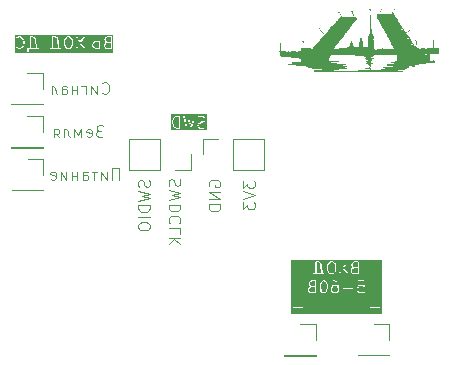
<source format=gbr>
%TF.GenerationSoftware,KiCad,Pcbnew,8.0.6-8.0.6-0~ubuntu24.04.1*%
%TF.CreationDate,2024-10-24T15:12:09+03:00*%
%TF.ProjectId,navigator,6e617669-6761-4746-9f72-2e6b69636164,rev?*%
%TF.SameCoordinates,Original*%
%TF.FileFunction,Legend,Bot*%
%TF.FilePolarity,Positive*%
%FSLAX46Y46*%
G04 Gerber Fmt 4.6, Leading zero omitted, Abs format (unit mm)*
G04 Created by KiCad (PCBNEW 8.0.6-8.0.6-0~ubuntu24.04.1) date 2024-10-24 15:12:09*
%MOMM*%
%LPD*%
G01*
G04 APERTURE LIST*
%ADD10C,0.100000*%
%ADD11C,0.120000*%
%ADD12C,0.000000*%
G04 APERTURE END LIST*
D10*
X93252419Y-70838646D02*
X93252419Y-71457693D01*
X93252419Y-71457693D02*
X93633371Y-71124360D01*
X93633371Y-71124360D02*
X93633371Y-71267217D01*
X93633371Y-71267217D02*
X93680990Y-71362455D01*
X93680990Y-71362455D02*
X93728609Y-71410074D01*
X93728609Y-71410074D02*
X93823847Y-71457693D01*
X93823847Y-71457693D02*
X94061942Y-71457693D01*
X94061942Y-71457693D02*
X94157180Y-71410074D01*
X94157180Y-71410074D02*
X94204800Y-71362455D01*
X94204800Y-71362455D02*
X94252419Y-71267217D01*
X94252419Y-71267217D02*
X94252419Y-70981503D01*
X94252419Y-70981503D02*
X94204800Y-70886265D01*
X94204800Y-70886265D02*
X94157180Y-70838646D01*
X93252419Y-71743408D02*
X94252419Y-72076741D01*
X94252419Y-72076741D02*
X93252419Y-72410074D01*
X93252419Y-72648170D02*
X93252419Y-73267217D01*
X93252419Y-73267217D02*
X93633371Y-72933884D01*
X93633371Y-72933884D02*
X93633371Y-73076741D01*
X93633371Y-73076741D02*
X93680990Y-73171979D01*
X93680990Y-73171979D02*
X93728609Y-73219598D01*
X93728609Y-73219598D02*
X93823847Y-73267217D01*
X93823847Y-73267217D02*
X94061942Y-73267217D01*
X94061942Y-73267217D02*
X94157180Y-73219598D01*
X94157180Y-73219598D02*
X94204800Y-73171979D01*
X94204800Y-73171979D02*
X94252419Y-73076741D01*
X94252419Y-73076741D02*
X94252419Y-72791027D01*
X94252419Y-72791027D02*
X94204800Y-72695789D01*
X94204800Y-72695789D02*
X94157180Y-72648170D01*
X87924800Y-70726265D02*
X87972419Y-70869122D01*
X87972419Y-70869122D02*
X87972419Y-71107217D01*
X87972419Y-71107217D02*
X87924800Y-71202455D01*
X87924800Y-71202455D02*
X87877180Y-71250074D01*
X87877180Y-71250074D02*
X87781942Y-71297693D01*
X87781942Y-71297693D02*
X87686704Y-71297693D01*
X87686704Y-71297693D02*
X87591466Y-71250074D01*
X87591466Y-71250074D02*
X87543847Y-71202455D01*
X87543847Y-71202455D02*
X87496228Y-71107217D01*
X87496228Y-71107217D02*
X87448609Y-70916741D01*
X87448609Y-70916741D02*
X87400990Y-70821503D01*
X87400990Y-70821503D02*
X87353371Y-70773884D01*
X87353371Y-70773884D02*
X87258133Y-70726265D01*
X87258133Y-70726265D02*
X87162895Y-70726265D01*
X87162895Y-70726265D02*
X87067657Y-70773884D01*
X87067657Y-70773884D02*
X87020038Y-70821503D01*
X87020038Y-70821503D02*
X86972419Y-70916741D01*
X86972419Y-70916741D02*
X86972419Y-71154836D01*
X86972419Y-71154836D02*
X87020038Y-71297693D01*
X86972419Y-71631027D02*
X87972419Y-71869122D01*
X87972419Y-71869122D02*
X87258133Y-72059598D01*
X87258133Y-72059598D02*
X87972419Y-72250074D01*
X87972419Y-72250074D02*
X86972419Y-72488170D01*
X87972419Y-72869122D02*
X86972419Y-72869122D01*
X86972419Y-72869122D02*
X86972419Y-73107217D01*
X86972419Y-73107217D02*
X87020038Y-73250074D01*
X87020038Y-73250074D02*
X87115276Y-73345312D01*
X87115276Y-73345312D02*
X87210514Y-73392931D01*
X87210514Y-73392931D02*
X87400990Y-73440550D01*
X87400990Y-73440550D02*
X87543847Y-73440550D01*
X87543847Y-73440550D02*
X87734323Y-73392931D01*
X87734323Y-73392931D02*
X87829561Y-73345312D01*
X87829561Y-73345312D02*
X87924800Y-73250074D01*
X87924800Y-73250074D02*
X87972419Y-73107217D01*
X87972419Y-73107217D02*
X87972419Y-72869122D01*
X87877180Y-74440550D02*
X87924800Y-74392931D01*
X87924800Y-74392931D02*
X87972419Y-74250074D01*
X87972419Y-74250074D02*
X87972419Y-74154836D01*
X87972419Y-74154836D02*
X87924800Y-74011979D01*
X87924800Y-74011979D02*
X87829561Y-73916741D01*
X87829561Y-73916741D02*
X87734323Y-73869122D01*
X87734323Y-73869122D02*
X87543847Y-73821503D01*
X87543847Y-73821503D02*
X87400990Y-73821503D01*
X87400990Y-73821503D02*
X87210514Y-73869122D01*
X87210514Y-73869122D02*
X87115276Y-73916741D01*
X87115276Y-73916741D02*
X87020038Y-74011979D01*
X87020038Y-74011979D02*
X86972419Y-74154836D01*
X86972419Y-74154836D02*
X86972419Y-74250074D01*
X86972419Y-74250074D02*
X87020038Y-74392931D01*
X87020038Y-74392931D02*
X87067657Y-74440550D01*
X87972419Y-75345312D02*
X87972419Y-74869122D01*
X87972419Y-74869122D02*
X86972419Y-74869122D01*
X87972419Y-75678646D02*
X86972419Y-75678646D01*
X87972419Y-76250074D02*
X87400990Y-75821503D01*
X86972419Y-76250074D02*
X87543847Y-75678646D01*
G36*
X99344285Y-80282475D02*
G01*
X99025137Y-80282475D01*
X98947714Y-80243764D01*
X98911568Y-80207617D01*
X98872857Y-80130195D01*
X98872857Y-80010944D01*
X98911568Y-79933520D01*
X98945104Y-79899985D01*
X99069065Y-79858665D01*
X99344285Y-79858665D01*
X99344285Y-80282475D01*
G37*
G36*
X99344285Y-79758665D02*
G01*
X99072756Y-79758665D01*
X98995332Y-79719953D01*
X98959187Y-79683809D01*
X98920476Y-79606386D01*
X98920476Y-79534754D01*
X98959187Y-79457330D01*
X98995332Y-79421186D01*
X99072756Y-79382475D01*
X99344285Y-79382475D01*
X99344285Y-79758665D01*
G37*
G36*
X100221810Y-79421186D02*
G01*
X100257954Y-79457331D01*
X100299490Y-79540403D01*
X100344285Y-79719582D01*
X100344285Y-79945367D01*
X100299490Y-80124545D01*
X100257954Y-80207617D01*
X100221808Y-80243764D01*
X100144387Y-80282475D01*
X100072756Y-80282475D01*
X99995333Y-80243764D01*
X99959187Y-80207617D01*
X99917652Y-80124547D01*
X99872857Y-79945367D01*
X99872857Y-79719582D01*
X99917652Y-79540402D01*
X99959187Y-79457330D01*
X99995332Y-79421186D01*
X100072756Y-79382475D01*
X100144387Y-79382475D01*
X100221810Y-79421186D01*
G37*
G36*
X101221810Y-79802138D02*
G01*
X101257954Y-79838283D01*
X101296666Y-79915706D01*
X101296666Y-80130194D01*
X101257954Y-80207617D01*
X101221808Y-80243764D01*
X101144387Y-80282475D01*
X100977518Y-80282475D01*
X100900095Y-80243764D01*
X100863949Y-80207617D01*
X100825238Y-80130195D01*
X100825238Y-79915706D01*
X100863949Y-79838282D01*
X100900094Y-79802138D01*
X100977518Y-79763427D01*
X101144387Y-79763427D01*
X101221810Y-79802138D01*
G37*
G36*
X99745619Y-77811242D02*
G01*
X99781763Y-77847387D01*
X99821839Y-77927539D01*
X99909485Y-78672531D01*
X99491904Y-78672531D01*
X99491904Y-77772531D01*
X99668196Y-77772531D01*
X99745619Y-77811242D01*
G37*
G36*
X100936096Y-77811243D02*
G01*
X101015802Y-77890949D01*
X101058570Y-78062019D01*
X101058570Y-78383042D01*
X101015802Y-78554111D01*
X100936094Y-78633820D01*
X100858672Y-78672531D01*
X100691803Y-78672531D01*
X100614380Y-78633819D01*
X100534671Y-78554110D01*
X100491904Y-78383042D01*
X100491904Y-78062019D01*
X100534671Y-77890949D01*
X100614377Y-77811243D01*
X100691803Y-77772531D01*
X100858672Y-77772531D01*
X100936096Y-77811243D01*
G37*
G36*
X102963332Y-78672531D02*
G01*
X102644184Y-78672531D01*
X102566761Y-78633820D01*
X102530615Y-78597673D01*
X102491904Y-78520251D01*
X102491904Y-78401000D01*
X102530615Y-78323576D01*
X102564151Y-78290041D01*
X102688112Y-78248721D01*
X102963332Y-78248721D01*
X102963332Y-78672531D01*
G37*
G36*
X102963332Y-78148721D02*
G01*
X102691803Y-78148721D01*
X102614379Y-78110009D01*
X102578234Y-78073865D01*
X102539523Y-77996442D01*
X102539523Y-77924810D01*
X102578234Y-77847386D01*
X102614379Y-77811242D01*
X102691803Y-77772531D01*
X102963332Y-77772531D01*
X102963332Y-78148721D01*
G37*
G36*
X105003971Y-82099724D02*
G01*
X97356027Y-82099724D01*
X97356027Y-81542332D01*
X97467138Y-81542332D01*
X97467138Y-81580600D01*
X97494198Y-81607660D01*
X97513332Y-81611466D01*
X97844284Y-81611466D01*
X97844284Y-81942419D01*
X97848090Y-81961553D01*
X97875150Y-81988613D01*
X97913418Y-81988613D01*
X97940478Y-81961553D01*
X97944284Y-81942419D01*
X97944284Y-81611466D01*
X98275236Y-81611466D01*
X98294370Y-81607660D01*
X98321430Y-81580600D01*
X98321430Y-81542332D01*
X104038568Y-81542332D01*
X104038568Y-81580600D01*
X104065628Y-81607660D01*
X104084762Y-81611466D01*
X104846666Y-81611466D01*
X104865800Y-81607660D01*
X104892860Y-81580600D01*
X104892860Y-81542332D01*
X104865800Y-81515272D01*
X104846666Y-81511466D01*
X104084762Y-81511466D01*
X104065628Y-81515272D01*
X104038568Y-81542332D01*
X98321430Y-81542332D01*
X98294370Y-81515272D01*
X98275236Y-81511466D01*
X97944284Y-81511466D01*
X97944284Y-81180514D01*
X97940478Y-81161380D01*
X97913418Y-81134320D01*
X97875150Y-81134320D01*
X97848090Y-81161380D01*
X97844284Y-81180514D01*
X97844284Y-81511466D01*
X97513332Y-81511466D01*
X97494198Y-81515272D01*
X97467138Y-81542332D01*
X97356027Y-81542332D01*
X97356027Y-79999141D01*
X98772857Y-79999141D01*
X98772857Y-80141998D01*
X98773345Y-80144454D01*
X98772983Y-80145543D01*
X98775099Y-80153270D01*
X98776663Y-80161132D01*
X98777474Y-80161943D01*
X98778136Y-80164359D01*
X98825754Y-80259596D01*
X98830665Y-80265924D01*
X98835120Y-80272591D01*
X98882739Y-80320211D01*
X98889405Y-80324665D01*
X98895734Y-80329577D01*
X98990972Y-80377196D01*
X98993387Y-80377857D01*
X98994199Y-80378669D01*
X99002060Y-80380232D01*
X99009788Y-80382349D01*
X99010876Y-80381986D01*
X99013333Y-80382475D01*
X99394285Y-80382475D01*
X99413419Y-80378669D01*
X99440479Y-80351609D01*
X99444285Y-80332475D01*
X99444285Y-79713427D01*
X99772857Y-79713427D01*
X99772857Y-79951522D01*
X99774052Y-79957531D01*
X99774350Y-79963649D01*
X99821969Y-80154125D01*
X99824308Y-80159077D01*
X99825755Y-80164359D01*
X99873373Y-80259596D01*
X99878284Y-80265924D01*
X99882739Y-80272591D01*
X99930358Y-80320211D01*
X99937024Y-80324665D01*
X99943353Y-80329577D01*
X100038591Y-80377196D01*
X100041006Y-80377857D01*
X100041818Y-80378669D01*
X100049679Y-80380232D01*
X100057407Y-80382349D01*
X100058495Y-80381986D01*
X100060952Y-80382475D01*
X100156190Y-80382475D01*
X100158646Y-80381986D01*
X100159735Y-80382349D01*
X100167462Y-80380232D01*
X100175324Y-80378669D01*
X100176135Y-80377857D01*
X100178551Y-80377196D01*
X100273788Y-80329578D01*
X100280115Y-80324667D01*
X100286784Y-80320211D01*
X100334403Y-80272591D01*
X100338856Y-80265925D01*
X100343768Y-80259597D01*
X100391387Y-80164359D01*
X100392833Y-80159077D01*
X100395173Y-80154125D01*
X100442792Y-79963649D01*
X100443089Y-79957531D01*
X100444285Y-79951522D01*
X100444285Y-79903903D01*
X100725238Y-79903903D01*
X100725238Y-80141998D01*
X100725726Y-80144454D01*
X100725364Y-80145543D01*
X100727480Y-80153270D01*
X100729044Y-80161132D01*
X100729855Y-80161943D01*
X100730517Y-80164359D01*
X100778135Y-80259596D01*
X100783046Y-80265924D01*
X100787501Y-80272591D01*
X100835120Y-80320211D01*
X100841786Y-80324665D01*
X100848115Y-80329577D01*
X100943353Y-80377196D01*
X100945768Y-80377857D01*
X100946580Y-80378669D01*
X100954441Y-80380232D01*
X100962169Y-80382349D01*
X100963257Y-80381986D01*
X100965714Y-80382475D01*
X101156190Y-80382475D01*
X101158646Y-80381986D01*
X101159735Y-80382349D01*
X101167462Y-80380232D01*
X101175324Y-80378669D01*
X101176135Y-80377857D01*
X101178551Y-80377196D01*
X101273788Y-80329578D01*
X101280115Y-80324667D01*
X101286784Y-80320211D01*
X101334403Y-80272591D01*
X101338856Y-80265925D01*
X101343768Y-80259597D01*
X101391387Y-80164359D01*
X101392048Y-80161943D01*
X101392860Y-80161132D01*
X101394423Y-80153270D01*
X101396540Y-80145543D01*
X101396177Y-80144454D01*
X101396666Y-80141998D01*
X101396666Y-79932388D01*
X101729044Y-79932388D01*
X101729044Y-79970656D01*
X101756104Y-79997716D01*
X101775238Y-80001522D01*
X102537142Y-80001522D01*
X102556276Y-79997716D01*
X102583336Y-79970656D01*
X102583336Y-79932388D01*
X102556276Y-79905328D01*
X102549112Y-79903903D01*
X102915714Y-79903903D01*
X102915714Y-80141998D01*
X102916202Y-80144454D01*
X102915840Y-80145543D01*
X102917956Y-80153270D01*
X102919520Y-80161132D01*
X102920331Y-80161943D01*
X102920993Y-80164359D01*
X102968611Y-80259596D01*
X102973522Y-80265924D01*
X102977977Y-80272591D01*
X103025596Y-80320211D01*
X103032262Y-80324665D01*
X103038591Y-80329577D01*
X103133829Y-80377196D01*
X103136244Y-80377857D01*
X103137056Y-80378669D01*
X103144917Y-80380232D01*
X103152645Y-80382349D01*
X103153733Y-80381986D01*
X103156190Y-80382475D01*
X103394285Y-80382475D01*
X103396741Y-80381986D01*
X103397830Y-80382349D01*
X103405557Y-80380232D01*
X103413419Y-80378669D01*
X103414230Y-80377857D01*
X103416646Y-80377196D01*
X103511883Y-80329578D01*
X103518210Y-80324667D01*
X103524879Y-80320211D01*
X103572498Y-80272591D01*
X103583336Y-80256370D01*
X103583336Y-80218101D01*
X103556276Y-80191042D01*
X103518007Y-80191042D01*
X103501786Y-80201881D01*
X103459903Y-80243764D01*
X103382482Y-80282475D01*
X103167994Y-80282475D01*
X103090571Y-80243764D01*
X103054425Y-80207617D01*
X103015714Y-80130195D01*
X103015714Y-79915706D01*
X103054425Y-79838282D01*
X103090570Y-79802138D01*
X103167994Y-79763427D01*
X103382482Y-79763427D01*
X103459905Y-79802138D01*
X103501786Y-79844020D01*
X103518007Y-79854859D01*
X103520652Y-79854859D01*
X103522699Y-79856534D01*
X103539449Y-79854859D01*
X103556276Y-79854859D01*
X103558145Y-79852989D01*
X103560778Y-79852726D01*
X103571438Y-79839696D01*
X103583336Y-79827799D01*
X103583336Y-79825155D01*
X103585011Y-79823108D01*
X103586894Y-79803690D01*
X103539275Y-79327500D01*
X103535717Y-79315833D01*
X103535717Y-79313341D01*
X103534623Y-79312247D01*
X103533584Y-79308839D01*
X103520554Y-79298178D01*
X103508657Y-79286281D01*
X103505164Y-79285586D01*
X103503966Y-79284606D01*
X103501484Y-79284854D01*
X103489523Y-79282475D01*
X103013333Y-79282475D01*
X102994199Y-79286281D01*
X102967139Y-79313341D01*
X102967139Y-79351609D01*
X102994199Y-79378669D01*
X103013333Y-79382475D01*
X103444274Y-79382475D01*
X103475857Y-79698311D01*
X103416646Y-79668706D01*
X103414230Y-79668044D01*
X103413419Y-79667233D01*
X103405557Y-79665669D01*
X103397830Y-79663553D01*
X103396741Y-79663915D01*
X103394285Y-79663427D01*
X103156190Y-79663427D01*
X103153733Y-79663915D01*
X103152645Y-79663553D01*
X103144917Y-79665669D01*
X103137056Y-79667233D01*
X103136244Y-79668044D01*
X103133829Y-79668706D01*
X103038591Y-79716325D01*
X103032262Y-79721236D01*
X103025596Y-79725691D01*
X102977978Y-79773310D01*
X102973526Y-79779971D01*
X102968611Y-79786305D01*
X102920993Y-79881542D01*
X102920331Y-79883957D01*
X102919520Y-79884769D01*
X102917956Y-79892630D01*
X102915840Y-79900358D01*
X102916202Y-79901446D01*
X102915714Y-79903903D01*
X102549112Y-79903903D01*
X102537142Y-79901522D01*
X101775238Y-79901522D01*
X101756104Y-79905328D01*
X101729044Y-79932388D01*
X101396666Y-79932388D01*
X101396666Y-79761046D01*
X101395470Y-79755036D01*
X101395173Y-79748919D01*
X101347554Y-79558443D01*
X101343912Y-79550735D01*
X101340650Y-79542835D01*
X101245412Y-79399978D01*
X101241914Y-79396473D01*
X101239164Y-79392357D01*
X101191545Y-79344739D01*
X101184883Y-79340287D01*
X101178550Y-79335372D01*
X101083313Y-79287754D01*
X101080897Y-79287092D01*
X101080086Y-79286281D01*
X101072224Y-79284717D01*
X101064497Y-79282601D01*
X101063408Y-79282963D01*
X101060952Y-79282475D01*
X100870476Y-79282475D01*
X100851342Y-79286281D01*
X100824282Y-79313341D01*
X100824282Y-79351609D01*
X100851342Y-79378669D01*
X100870476Y-79382475D01*
X101049149Y-79382475D01*
X101126572Y-79421186D01*
X101164951Y-79459566D01*
X101252640Y-79591097D01*
X101286189Y-79725294D01*
X101280121Y-79721239D01*
X101273788Y-79716324D01*
X101178551Y-79668706D01*
X101176135Y-79668044D01*
X101175324Y-79667233D01*
X101167462Y-79665669D01*
X101159735Y-79663553D01*
X101158646Y-79663915D01*
X101156190Y-79663427D01*
X100965714Y-79663427D01*
X100963257Y-79663915D01*
X100962169Y-79663553D01*
X100954441Y-79665669D01*
X100946580Y-79667233D01*
X100945768Y-79668044D01*
X100943353Y-79668706D01*
X100848115Y-79716325D01*
X100841786Y-79721236D01*
X100835120Y-79725691D01*
X100787502Y-79773310D01*
X100783050Y-79779971D01*
X100778135Y-79786305D01*
X100730517Y-79881542D01*
X100729855Y-79883957D01*
X100729044Y-79884769D01*
X100727480Y-79892630D01*
X100725364Y-79900358D01*
X100725726Y-79901446D01*
X100725238Y-79903903D01*
X100444285Y-79903903D01*
X100444285Y-79713427D01*
X100443089Y-79707417D01*
X100442792Y-79701300D01*
X100395173Y-79510824D01*
X100392833Y-79505871D01*
X100391387Y-79500590D01*
X100343768Y-79405352D01*
X100338856Y-79399023D01*
X100334402Y-79392357D01*
X100286783Y-79344739D01*
X100280121Y-79340287D01*
X100273788Y-79335372D01*
X100178551Y-79287754D01*
X100176135Y-79287092D01*
X100175324Y-79286281D01*
X100167462Y-79284717D01*
X100159735Y-79282601D01*
X100158646Y-79282963D01*
X100156190Y-79282475D01*
X100060952Y-79282475D01*
X100058495Y-79282963D01*
X100057407Y-79282601D01*
X100049679Y-79284717D01*
X100041818Y-79286281D01*
X100041006Y-79287092D01*
X100038591Y-79287754D01*
X99943353Y-79335373D01*
X99937024Y-79340284D01*
X99930358Y-79344739D01*
X99882740Y-79392358D01*
X99878288Y-79399019D01*
X99873373Y-79405353D01*
X99825755Y-79500590D01*
X99824308Y-79505871D01*
X99821969Y-79510824D01*
X99774350Y-79701300D01*
X99774052Y-79707417D01*
X99772857Y-79713427D01*
X99444285Y-79713427D01*
X99444285Y-79332475D01*
X99440479Y-79313341D01*
X99413419Y-79286281D01*
X99394285Y-79282475D01*
X99060952Y-79282475D01*
X99058495Y-79282963D01*
X99057407Y-79282601D01*
X99049679Y-79284717D01*
X99041818Y-79286281D01*
X99041006Y-79287092D01*
X99038591Y-79287754D01*
X98943353Y-79335373D01*
X98937024Y-79340284D01*
X98930358Y-79344739D01*
X98882740Y-79392358D01*
X98878288Y-79399019D01*
X98873373Y-79405353D01*
X98825755Y-79500590D01*
X98825093Y-79503005D01*
X98824282Y-79503817D01*
X98822718Y-79511678D01*
X98820602Y-79519406D01*
X98820964Y-79520494D01*
X98820476Y-79522951D01*
X98820476Y-79618189D01*
X98820964Y-79620645D01*
X98820602Y-79621734D01*
X98822718Y-79629461D01*
X98824282Y-79637323D01*
X98825093Y-79638134D01*
X98825755Y-79640550D01*
X98873373Y-79735787D01*
X98878288Y-79742120D01*
X98882740Y-79748782D01*
X98930358Y-79796401D01*
X98933444Y-79798463D01*
X98902284Y-79808850D01*
X98900109Y-79810090D01*
X98898960Y-79810090D01*
X98892293Y-79814544D01*
X98885335Y-79818511D01*
X98884821Y-79819537D01*
X98882739Y-79820929D01*
X98835121Y-79868548D01*
X98830669Y-79875209D01*
X98825754Y-79881543D01*
X98778136Y-79976780D01*
X98777474Y-79979195D01*
X98776663Y-79980007D01*
X98775099Y-79987868D01*
X98772983Y-79995596D01*
X98773345Y-79996684D01*
X98772857Y-79999141D01*
X97356027Y-79999141D01*
X97356027Y-78722531D01*
X99201428Y-78722531D01*
X99201428Y-78960626D01*
X99205234Y-78979760D01*
X99232294Y-79006820D01*
X99270562Y-79006820D01*
X99297622Y-78979760D01*
X99301428Y-78960626D01*
X99301428Y-78772531D01*
X100058570Y-78772531D01*
X100058570Y-78960626D01*
X100062376Y-78979760D01*
X100089436Y-79006820D01*
X100127704Y-79006820D01*
X100154764Y-78979760D01*
X100158570Y-78960626D01*
X100158570Y-78722531D01*
X100154764Y-78703397D01*
X100127704Y-78676337D01*
X100108570Y-78672531D01*
X100010176Y-78672531D01*
X99937627Y-78055864D01*
X100391904Y-78055864D01*
X100391904Y-78389197D01*
X100393099Y-78395206D01*
X100393397Y-78401324D01*
X100441016Y-78591800D01*
X100443329Y-78596696D01*
X100443329Y-78598807D01*
X100446733Y-78603902D01*
X100449349Y-78609439D01*
X100451157Y-78610524D01*
X100454167Y-78615028D01*
X100549406Y-78710267D01*
X100556065Y-78714717D01*
X100562400Y-78719633D01*
X100657638Y-78767252D01*
X100660053Y-78767913D01*
X100660865Y-78768725D01*
X100668726Y-78770288D01*
X100676454Y-78772405D01*
X100677542Y-78772042D01*
X100679999Y-78772531D01*
X100870475Y-78772531D01*
X100872931Y-78772042D01*
X100874020Y-78772405D01*
X100881747Y-78770288D01*
X100889609Y-78768725D01*
X100890420Y-78767913D01*
X100892836Y-78767252D01*
X100988073Y-78719634D01*
X100994400Y-78714723D01*
X101001069Y-78710267D01*
X101096307Y-78615028D01*
X101099316Y-78610524D01*
X101101125Y-78609439D01*
X101103740Y-78603902D01*
X101107145Y-78598807D01*
X101107145Y-78596696D01*
X101109458Y-78591800D01*
X101157077Y-78401324D01*
X101157374Y-78395206D01*
X101158570Y-78389197D01*
X101158570Y-78055864D01*
X101157374Y-78049854D01*
X101157077Y-78043737D01*
X101109458Y-77853261D01*
X101107145Y-77848364D01*
X101107145Y-77846254D01*
X101103741Y-77841160D01*
X101101125Y-77835622D01*
X101099314Y-77834535D01*
X101096306Y-77830033D01*
X101001068Y-77734795D01*
X100997236Y-77732234D01*
X101392855Y-77732234D01*
X101400301Y-77750266D01*
X101715144Y-78222531D01*
X101400301Y-78694796D01*
X101392855Y-78712828D01*
X101400360Y-78750353D01*
X101432201Y-78771580D01*
X101469726Y-78764075D01*
X101483507Y-78750266D01*
X101775236Y-78312670D01*
X102066967Y-78750266D01*
X102080748Y-78764075D01*
X102118273Y-78771580D01*
X102150114Y-78750353D01*
X102157619Y-78712828D01*
X102150172Y-78694796D01*
X101946440Y-78389197D01*
X102391904Y-78389197D01*
X102391904Y-78532054D01*
X102392392Y-78534510D01*
X102392030Y-78535599D01*
X102394146Y-78543326D01*
X102395710Y-78551188D01*
X102396521Y-78551999D01*
X102397183Y-78554415D01*
X102444801Y-78649652D01*
X102449712Y-78655980D01*
X102454167Y-78662647D01*
X102501786Y-78710267D01*
X102508452Y-78714721D01*
X102514781Y-78719633D01*
X102610019Y-78767252D01*
X102612434Y-78767913D01*
X102613246Y-78768725D01*
X102621107Y-78770288D01*
X102628835Y-78772405D01*
X102629923Y-78772042D01*
X102632380Y-78772531D01*
X103013332Y-78772531D01*
X103032466Y-78768725D01*
X103059526Y-78741665D01*
X103063332Y-78722531D01*
X103063332Y-77722531D01*
X103059526Y-77703397D01*
X103032466Y-77676337D01*
X103013332Y-77672531D01*
X102679999Y-77672531D01*
X102677542Y-77673019D01*
X102676454Y-77672657D01*
X102668726Y-77674773D01*
X102660865Y-77676337D01*
X102660053Y-77677148D01*
X102657638Y-77677810D01*
X102562400Y-77725429D01*
X102556071Y-77730340D01*
X102549405Y-77734795D01*
X102501787Y-77782414D01*
X102497335Y-77789075D01*
X102492420Y-77795409D01*
X102444802Y-77890646D01*
X102444140Y-77893061D01*
X102443329Y-77893873D01*
X102441765Y-77901734D01*
X102439649Y-77909462D01*
X102440011Y-77910550D01*
X102439523Y-77913007D01*
X102439523Y-78008245D01*
X102440011Y-78010701D01*
X102439649Y-78011790D01*
X102441765Y-78019517D01*
X102443329Y-78027379D01*
X102444140Y-78028190D01*
X102444802Y-78030606D01*
X102492420Y-78125843D01*
X102497335Y-78132176D01*
X102501787Y-78138838D01*
X102549405Y-78186457D01*
X102552491Y-78188519D01*
X102521331Y-78198906D01*
X102519156Y-78200146D01*
X102518007Y-78200146D01*
X102511340Y-78204600D01*
X102504382Y-78208567D01*
X102503868Y-78209593D01*
X102501786Y-78210985D01*
X102454168Y-78258604D01*
X102449716Y-78265265D01*
X102444801Y-78271599D01*
X102397183Y-78366836D01*
X102396521Y-78369251D01*
X102395710Y-78370063D01*
X102394146Y-78377924D01*
X102392030Y-78385652D01*
X102392392Y-78386740D01*
X102391904Y-78389197D01*
X101946440Y-78389197D01*
X101835329Y-78222531D01*
X102150172Y-77750266D01*
X102157619Y-77732234D01*
X102150114Y-77694709D01*
X102118273Y-77673482D01*
X102080748Y-77680987D01*
X102066967Y-77694796D01*
X101775236Y-78132391D01*
X101483507Y-77694796D01*
X101469726Y-77680987D01*
X101432201Y-77673482D01*
X101400360Y-77694709D01*
X101392855Y-77732234D01*
X100997236Y-77732234D01*
X100994406Y-77730343D01*
X100988073Y-77725428D01*
X100892836Y-77677810D01*
X100890420Y-77677148D01*
X100889609Y-77676337D01*
X100881747Y-77674773D01*
X100874020Y-77672657D01*
X100872931Y-77673019D01*
X100870475Y-77672531D01*
X100679999Y-77672531D01*
X100677542Y-77673019D01*
X100676454Y-77672657D01*
X100668726Y-77674773D01*
X100660865Y-77676337D01*
X100660053Y-77677148D01*
X100657638Y-77677810D01*
X100562400Y-77725429D01*
X100556065Y-77730344D01*
X100549406Y-77734795D01*
X100454168Y-77830033D01*
X100451159Y-77834535D01*
X100449349Y-77835622D01*
X100446732Y-77841160D01*
X100443329Y-77846254D01*
X100443329Y-77848364D01*
X100441016Y-77853261D01*
X100393397Y-78043737D01*
X100393099Y-78049854D01*
X100391904Y-78055864D01*
X99937627Y-78055864D01*
X99920133Y-77907165D01*
X99917471Y-77898954D01*
X99915196Y-77890646D01*
X99867577Y-77795408D01*
X99862665Y-77789079D01*
X99858211Y-77782413D01*
X99810592Y-77734795D01*
X99803930Y-77730343D01*
X99797597Y-77725428D01*
X99702360Y-77677810D01*
X99699944Y-77677148D01*
X99699133Y-77676337D01*
X99691271Y-77674773D01*
X99683544Y-77672657D01*
X99682455Y-77673019D01*
X99679999Y-77672531D01*
X99441904Y-77672531D01*
X99422770Y-77676337D01*
X99395710Y-77703397D01*
X99391904Y-77722531D01*
X99391904Y-78672531D01*
X99251428Y-78672531D01*
X99232294Y-78676337D01*
X99205234Y-78703397D01*
X99201428Y-78722531D01*
X97356027Y-78722531D01*
X97356027Y-77561420D01*
X105003971Y-77561420D01*
X105003971Y-82099724D01*
G37*
G36*
X87840877Y-66352419D02*
G01*
X87660895Y-66352419D01*
X87536935Y-66311099D01*
X87455779Y-66229942D01*
X87414244Y-66146872D01*
X87369449Y-65967692D01*
X87369449Y-65837145D01*
X87414244Y-65657965D01*
X87455780Y-65574893D01*
X87536933Y-65493739D01*
X87660895Y-65452419D01*
X87840877Y-65452419D01*
X87840877Y-66352419D01*
G37*
G36*
X90194845Y-66563530D02*
G01*
X87158338Y-66563530D01*
X87158338Y-65830990D01*
X87269449Y-65830990D01*
X87269449Y-65973847D01*
X87270644Y-65979856D01*
X87270942Y-65985974D01*
X87318561Y-66176450D01*
X87320900Y-66181402D01*
X87322347Y-66186684D01*
X87369965Y-66281921D01*
X87374876Y-66288249D01*
X87379331Y-66294916D01*
X87474570Y-66390155D01*
X87476651Y-66391545D01*
X87477165Y-66392573D01*
X87484130Y-66396543D01*
X87490791Y-66400994D01*
X87491939Y-66400994D01*
X87494114Y-66402234D01*
X87636970Y-66449853D01*
X87644920Y-66450855D01*
X87652782Y-66452419D01*
X87890877Y-66452419D01*
X87910011Y-66448613D01*
X87937071Y-66421553D01*
X87940877Y-66402419D01*
X87940877Y-65402419D01*
X87939303Y-65394505D01*
X88222460Y-65394505D01*
X88223190Y-65414000D01*
X88461285Y-66414000D01*
X88469419Y-66431732D01*
X88475788Y-66435651D01*
X88479535Y-66442123D01*
X88491480Y-66445308D01*
X88502011Y-66451789D01*
X88509286Y-66450056D01*
X88516510Y-66451983D01*
X88527208Y-66445789D01*
X88539238Y-66442925D01*
X88543157Y-66436555D01*
X88549629Y-66432809D01*
X88558237Y-66415302D01*
X88700401Y-65882186D01*
X88842565Y-66415302D01*
X88851173Y-66432810D01*
X88857645Y-66436557D01*
X88861564Y-66442925D01*
X88873590Y-66445788D01*
X88884292Y-66451984D01*
X88891517Y-66450057D01*
X88898791Y-66451789D01*
X88909320Y-66445308D01*
X88921267Y-66442123D01*
X88925013Y-66435651D01*
X88931383Y-66431732D01*
X88939517Y-66414000D01*
X89010302Y-66116704D01*
X89412306Y-66116704D01*
X89412306Y-66211942D01*
X89412794Y-66214398D01*
X89412432Y-66215487D01*
X89414548Y-66223214D01*
X89416112Y-66231076D01*
X89416923Y-66231887D01*
X89417585Y-66234303D01*
X89465203Y-66329540D01*
X89470114Y-66335868D01*
X89474569Y-66342535D01*
X89522188Y-66390155D01*
X89528854Y-66394609D01*
X89535183Y-66399521D01*
X89630421Y-66447140D01*
X89632836Y-66447801D01*
X89633648Y-66448613D01*
X89641509Y-66450176D01*
X89649237Y-66452293D01*
X89650325Y-66451930D01*
X89652782Y-66452419D01*
X89890877Y-66452419D01*
X89898739Y-66450855D01*
X89906688Y-66449853D01*
X90049545Y-66402234D01*
X90066493Y-66392573D01*
X90083608Y-66358344D01*
X90071506Y-66322040D01*
X90037278Y-66304926D01*
X90017922Y-66307366D01*
X89882764Y-66352419D01*
X89664586Y-66352419D01*
X89587163Y-66313708D01*
X89551017Y-66277561D01*
X89512306Y-66200139D01*
X89512306Y-66128507D01*
X89551017Y-66051083D01*
X89587162Y-66014939D01*
X89670234Y-65973403D01*
X89855385Y-65927116D01*
X89860337Y-65924776D01*
X89865619Y-65923330D01*
X89960856Y-65875712D01*
X89967189Y-65870796D01*
X89973851Y-65866345D01*
X90021470Y-65818727D01*
X90025924Y-65812060D01*
X90030836Y-65805732D01*
X90078455Y-65710494D01*
X90079116Y-65708078D01*
X90079928Y-65707267D01*
X90081491Y-65699405D01*
X90083608Y-65691678D01*
X90083245Y-65690589D01*
X90083734Y-65688133D01*
X90083734Y-65592895D01*
X90083245Y-65590438D01*
X90083608Y-65589350D01*
X90081491Y-65581622D01*
X90079928Y-65573761D01*
X90079116Y-65572949D01*
X90078455Y-65570534D01*
X90030836Y-65475296D01*
X90025924Y-65468967D01*
X90021470Y-65462301D01*
X89973851Y-65414683D01*
X89967189Y-65410231D01*
X89960856Y-65405316D01*
X89865619Y-65357698D01*
X89863203Y-65357036D01*
X89862392Y-65356225D01*
X89854530Y-65354661D01*
X89846803Y-65352545D01*
X89845714Y-65352907D01*
X89843258Y-65352419D01*
X89605163Y-65352419D01*
X89597301Y-65353982D01*
X89589351Y-65354985D01*
X89446495Y-65402604D01*
X89429546Y-65412265D01*
X89412432Y-65446494D01*
X89424533Y-65482798D01*
X89458762Y-65499912D01*
X89478117Y-65497472D01*
X89613276Y-65452419D01*
X89831455Y-65452419D01*
X89908878Y-65491130D01*
X89945022Y-65527275D01*
X89983734Y-65604698D01*
X89983734Y-65676329D01*
X89945022Y-65753752D01*
X89908878Y-65789897D01*
X89825807Y-65831433D01*
X89640655Y-65877721D01*
X89635702Y-65880060D01*
X89630421Y-65881507D01*
X89535183Y-65929126D01*
X89528854Y-65934037D01*
X89522188Y-65938492D01*
X89474570Y-65986111D01*
X89470118Y-65992772D01*
X89465203Y-65999106D01*
X89417585Y-66094343D01*
X89416923Y-66096758D01*
X89416112Y-66097570D01*
X89414548Y-66105431D01*
X89412432Y-66113159D01*
X89412794Y-66114247D01*
X89412306Y-66116704D01*
X89010302Y-66116704D01*
X89177612Y-65414000D01*
X89178342Y-65394505D01*
X89158285Y-65361913D01*
X89121058Y-65353049D01*
X89088466Y-65373106D01*
X89080332Y-65390838D01*
X88888132Y-66198075D01*
X88748713Y-65675250D01*
X88740105Y-65657743D01*
X88734206Y-65654327D01*
X88730791Y-65648429D01*
X88718231Y-65645079D01*
X88706986Y-65638569D01*
X88700402Y-65640324D01*
X88693816Y-65638568D01*
X88682566Y-65645080D01*
X88670011Y-65648429D01*
X88666596Y-65654326D01*
X88660697Y-65657742D01*
X88652089Y-65675250D01*
X88512669Y-66198075D01*
X88320470Y-65390838D01*
X88312336Y-65373106D01*
X88279744Y-65353049D01*
X88242517Y-65361913D01*
X88222460Y-65394505D01*
X87939303Y-65394505D01*
X87937071Y-65383285D01*
X87910011Y-65356225D01*
X87890877Y-65352419D01*
X87652782Y-65352419D01*
X87644920Y-65353982D01*
X87636970Y-65354985D01*
X87494114Y-65402604D01*
X87491939Y-65403844D01*
X87490791Y-65403844D01*
X87484130Y-65408294D01*
X87477165Y-65412265D01*
X87476651Y-65413292D01*
X87474570Y-65414683D01*
X87379332Y-65509921D01*
X87374880Y-65516582D01*
X87369965Y-65522916D01*
X87322347Y-65618153D01*
X87320900Y-65623434D01*
X87318561Y-65628387D01*
X87270942Y-65818863D01*
X87270644Y-65824980D01*
X87269449Y-65830990D01*
X87158338Y-65830990D01*
X87158338Y-65241308D01*
X90194845Y-65241308D01*
X90194845Y-66563530D01*
G37*
X90400038Y-71337693D02*
X90352419Y-71242455D01*
X90352419Y-71242455D02*
X90352419Y-71099598D01*
X90352419Y-71099598D02*
X90400038Y-70956741D01*
X90400038Y-70956741D02*
X90495276Y-70861503D01*
X90495276Y-70861503D02*
X90590514Y-70813884D01*
X90590514Y-70813884D02*
X90780990Y-70766265D01*
X90780990Y-70766265D02*
X90923847Y-70766265D01*
X90923847Y-70766265D02*
X91114323Y-70813884D01*
X91114323Y-70813884D02*
X91209561Y-70861503D01*
X91209561Y-70861503D02*
X91304800Y-70956741D01*
X91304800Y-70956741D02*
X91352419Y-71099598D01*
X91352419Y-71099598D02*
X91352419Y-71194836D01*
X91352419Y-71194836D02*
X91304800Y-71337693D01*
X91304800Y-71337693D02*
X91257180Y-71385312D01*
X91257180Y-71385312D02*
X90923847Y-71385312D01*
X90923847Y-71385312D02*
X90923847Y-71194836D01*
X91352419Y-71813884D02*
X90352419Y-71813884D01*
X90352419Y-71813884D02*
X91352419Y-72385312D01*
X91352419Y-72385312D02*
X90352419Y-72385312D01*
X91352419Y-72861503D02*
X90352419Y-72861503D01*
X90352419Y-72861503D02*
X90352419Y-73099598D01*
X90352419Y-73099598D02*
X90400038Y-73242455D01*
X90400038Y-73242455D02*
X90495276Y-73337693D01*
X90495276Y-73337693D02*
X90590514Y-73385312D01*
X90590514Y-73385312D02*
X90780990Y-73432931D01*
X90780990Y-73432931D02*
X90923847Y-73432931D01*
X90923847Y-73432931D02*
X91114323Y-73385312D01*
X91114323Y-73385312D02*
X91209561Y-73337693D01*
X91209561Y-73337693D02*
X91304800Y-73242455D01*
X91304800Y-73242455D02*
X91352419Y-73099598D01*
X91352419Y-73099598D02*
X91352419Y-72861503D01*
X81280877Y-66628609D02*
X81090401Y-66628609D01*
X81423734Y-66200038D02*
X81328496Y-66152419D01*
X81328496Y-66152419D02*
X81090401Y-66152419D01*
X81090401Y-66152419D02*
X80995163Y-66200038D01*
X80995163Y-66200038D02*
X80947544Y-66247657D01*
X80947544Y-66247657D02*
X80899925Y-66342895D01*
X80899925Y-66342895D02*
X80899925Y-66438133D01*
X80899925Y-66438133D02*
X80947544Y-66533371D01*
X80947544Y-66533371D02*
X80995163Y-66580990D01*
X80995163Y-66580990D02*
X81090401Y-66628609D01*
X81090401Y-66628609D02*
X80947544Y-66676228D01*
X80947544Y-66676228D02*
X80899925Y-66723847D01*
X80899925Y-66723847D02*
X80852306Y-66819085D01*
X80852306Y-66819085D02*
X80852306Y-66961942D01*
X80852306Y-66961942D02*
X80899925Y-67057180D01*
X80899925Y-67057180D02*
X80947544Y-67104800D01*
X80947544Y-67104800D02*
X81042782Y-67152419D01*
X81042782Y-67152419D02*
X81328496Y-67152419D01*
X81328496Y-67152419D02*
X81423734Y-67104800D01*
X80042782Y-67104800D02*
X80138020Y-67152419D01*
X80138020Y-67152419D02*
X80328496Y-67152419D01*
X80328496Y-67152419D02*
X80423734Y-67104800D01*
X80423734Y-67104800D02*
X80471353Y-67009561D01*
X80471353Y-67009561D02*
X80471353Y-66628609D01*
X80471353Y-66628609D02*
X80423734Y-66533371D01*
X80423734Y-66533371D02*
X80328496Y-66485752D01*
X80328496Y-66485752D02*
X80138020Y-66485752D01*
X80138020Y-66485752D02*
X80042782Y-66533371D01*
X80042782Y-66533371D02*
X79995163Y-66628609D01*
X79995163Y-66628609D02*
X79995163Y-66723847D01*
X79995163Y-66723847D02*
X80471353Y-66819085D01*
X79566591Y-67152419D02*
X79566591Y-66485752D01*
X79566591Y-66485752D02*
X79280877Y-67009561D01*
X79280877Y-67009561D02*
X78995163Y-66485752D01*
X78995163Y-66485752D02*
X78995163Y-67152419D01*
X78138020Y-67152419D02*
X78138020Y-66485752D01*
X78138020Y-66485752D02*
X78280877Y-66485752D01*
X78280877Y-66485752D02*
X78376115Y-66533371D01*
X78376115Y-66533371D02*
X78423734Y-66628609D01*
X78423734Y-66628609D02*
X78471353Y-67009561D01*
X78471353Y-67009561D02*
X78518972Y-67104800D01*
X78518972Y-67104800D02*
X78614210Y-67152419D01*
X77471353Y-66866704D02*
X77709448Y-67152419D01*
X77280877Y-67152419D02*
X77280877Y-66485752D01*
X77280877Y-66485752D02*
X77566591Y-66485752D01*
X77566591Y-66485752D02*
X77661829Y-66533371D01*
X77661829Y-66533371D02*
X77709448Y-66628609D01*
X77709448Y-66628609D02*
X77709448Y-66723847D01*
X77709448Y-66723847D02*
X77661829Y-66819085D01*
X77661829Y-66819085D02*
X77566591Y-66866704D01*
X77566591Y-66866704D02*
X77280877Y-66866704D01*
X85344800Y-70806265D02*
X85392419Y-70949122D01*
X85392419Y-70949122D02*
X85392419Y-71187217D01*
X85392419Y-71187217D02*
X85344800Y-71282455D01*
X85344800Y-71282455D02*
X85297180Y-71330074D01*
X85297180Y-71330074D02*
X85201942Y-71377693D01*
X85201942Y-71377693D02*
X85106704Y-71377693D01*
X85106704Y-71377693D02*
X85011466Y-71330074D01*
X85011466Y-71330074D02*
X84963847Y-71282455D01*
X84963847Y-71282455D02*
X84916228Y-71187217D01*
X84916228Y-71187217D02*
X84868609Y-70996741D01*
X84868609Y-70996741D02*
X84820990Y-70901503D01*
X84820990Y-70901503D02*
X84773371Y-70853884D01*
X84773371Y-70853884D02*
X84678133Y-70806265D01*
X84678133Y-70806265D02*
X84582895Y-70806265D01*
X84582895Y-70806265D02*
X84487657Y-70853884D01*
X84487657Y-70853884D02*
X84440038Y-70901503D01*
X84440038Y-70901503D02*
X84392419Y-70996741D01*
X84392419Y-70996741D02*
X84392419Y-71234836D01*
X84392419Y-71234836D02*
X84440038Y-71377693D01*
X84392419Y-71711027D02*
X85392419Y-71949122D01*
X85392419Y-71949122D02*
X84678133Y-72139598D01*
X84678133Y-72139598D02*
X85392419Y-72330074D01*
X85392419Y-72330074D02*
X84392419Y-72568170D01*
X85392419Y-72949122D02*
X84392419Y-72949122D01*
X84392419Y-72949122D02*
X84392419Y-73187217D01*
X84392419Y-73187217D02*
X84440038Y-73330074D01*
X84440038Y-73330074D02*
X84535276Y-73425312D01*
X84535276Y-73425312D02*
X84630514Y-73472931D01*
X84630514Y-73472931D02*
X84820990Y-73520550D01*
X84820990Y-73520550D02*
X84963847Y-73520550D01*
X84963847Y-73520550D02*
X85154323Y-73472931D01*
X85154323Y-73472931D02*
X85249561Y-73425312D01*
X85249561Y-73425312D02*
X85344800Y-73330074D01*
X85344800Y-73330074D02*
X85392419Y-73187217D01*
X85392419Y-73187217D02*
X85392419Y-72949122D01*
X85392419Y-73949122D02*
X84392419Y-73949122D01*
X84392419Y-74615788D02*
X84392419Y-74806264D01*
X84392419Y-74806264D02*
X84440038Y-74901502D01*
X84440038Y-74901502D02*
X84535276Y-74996740D01*
X84535276Y-74996740D02*
X84725752Y-75044359D01*
X84725752Y-75044359D02*
X85059085Y-75044359D01*
X85059085Y-75044359D02*
X85249561Y-74996740D01*
X85249561Y-74996740D02*
X85344800Y-74901502D01*
X85344800Y-74901502D02*
X85392419Y-74806264D01*
X85392419Y-74806264D02*
X85392419Y-74615788D01*
X85392419Y-74615788D02*
X85344800Y-74520550D01*
X85344800Y-74520550D02*
X85249561Y-74425312D01*
X85249561Y-74425312D02*
X85059085Y-74377693D01*
X85059085Y-74377693D02*
X84725752Y-74377693D01*
X84725752Y-74377693D02*
X84535276Y-74425312D01*
X84535276Y-74425312D02*
X84440038Y-74520550D01*
X84440038Y-74520550D02*
X84392419Y-74615788D01*
G36*
X75556973Y-58741130D02*
G01*
X75593117Y-58777275D01*
X75633193Y-58857427D01*
X75720839Y-59602419D01*
X75303258Y-59602419D01*
X75303258Y-58702419D01*
X75479550Y-58702419D01*
X75556973Y-58741130D01*
G37*
G36*
X77461735Y-58741130D02*
G01*
X77497879Y-58777275D01*
X77537955Y-58857427D01*
X77625601Y-59602419D01*
X77208020Y-59602419D01*
X77208020Y-58702419D01*
X77384312Y-58702419D01*
X77461735Y-58741130D01*
G37*
G36*
X78652212Y-58741131D02*
G01*
X78731918Y-58820837D01*
X78774686Y-58991907D01*
X78774686Y-59312930D01*
X78731918Y-59483999D01*
X78652210Y-59563708D01*
X78574788Y-59602419D01*
X78407919Y-59602419D01*
X78330496Y-59563707D01*
X78250787Y-59483998D01*
X78208020Y-59312930D01*
X78208020Y-58991907D01*
X78250787Y-58820837D01*
X78330493Y-58741131D01*
X78407919Y-58702419D01*
X78574788Y-58702419D01*
X78652212Y-58741131D01*
G37*
G36*
X81060400Y-59602419D02*
G01*
X80832799Y-59602419D01*
X80708839Y-59561099D01*
X80627683Y-59479942D01*
X80588972Y-59402520D01*
X80588972Y-59283269D01*
X80627684Y-59205845D01*
X80708837Y-59124691D01*
X80832799Y-59083371D01*
X81060400Y-59083371D01*
X81060400Y-59602419D01*
G37*
G36*
X82060400Y-59602419D02*
G01*
X81741252Y-59602419D01*
X81663829Y-59563708D01*
X81627683Y-59527561D01*
X81588972Y-59450139D01*
X81588972Y-59330888D01*
X81627683Y-59253464D01*
X81661219Y-59219929D01*
X81785180Y-59178609D01*
X82060400Y-59178609D01*
X82060400Y-59602419D01*
G37*
G36*
X82060400Y-59078609D02*
G01*
X81788871Y-59078609D01*
X81711447Y-59039897D01*
X81675302Y-59003753D01*
X81636591Y-58926330D01*
X81636591Y-58854698D01*
X81675302Y-58777274D01*
X81711447Y-58741130D01*
X81788871Y-58702419D01*
X82060400Y-58702419D01*
X82060400Y-59078609D01*
G37*
G36*
X82271511Y-60047819D02*
G01*
X73953096Y-60047819D01*
X73953096Y-58728523D01*
X74064207Y-58728523D01*
X74064207Y-58766791D01*
X74091267Y-58793851D01*
X74129535Y-58793851D01*
X74145756Y-58783012D01*
X74185029Y-58743739D01*
X74308990Y-58702419D01*
X74388002Y-58702419D01*
X74511963Y-58743739D01*
X74593116Y-58824892D01*
X74634653Y-58907966D01*
X74679448Y-59087145D01*
X74679448Y-59217692D01*
X74634653Y-59396870D01*
X74593116Y-59479944D01*
X74511962Y-59561098D01*
X74388002Y-59602419D01*
X74308990Y-59602419D01*
X74185030Y-59561099D01*
X74145757Y-59521825D01*
X74129536Y-59510986D01*
X74091267Y-59510986D01*
X74064207Y-59538045D01*
X74064207Y-59576314D01*
X74075045Y-59592535D01*
X74122664Y-59640155D01*
X74124746Y-59641546D01*
X74125260Y-59642573D01*
X74132218Y-59646539D01*
X74138885Y-59650994D01*
X74140034Y-59650994D01*
X74142209Y-59652234D01*
X74285065Y-59699853D01*
X74293015Y-59700855D01*
X74300877Y-59702419D01*
X74396115Y-59702419D01*
X74403977Y-59700855D01*
X74411926Y-59699853D01*
X74554228Y-59652419D01*
X75012782Y-59652419D01*
X75012782Y-59890514D01*
X75016588Y-59909648D01*
X75043648Y-59936708D01*
X75081916Y-59936708D01*
X75108976Y-59909648D01*
X75112782Y-59890514D01*
X75112782Y-59702419D01*
X75869924Y-59702419D01*
X75869924Y-59890514D01*
X75873730Y-59909648D01*
X75900790Y-59936708D01*
X75939058Y-59936708D01*
X75966118Y-59909648D01*
X75969924Y-59890514D01*
X75969924Y-59652419D01*
X76917544Y-59652419D01*
X76917544Y-59890514D01*
X76921350Y-59909648D01*
X76948410Y-59936708D01*
X76986678Y-59936708D01*
X77013738Y-59909648D01*
X77017544Y-59890514D01*
X77017544Y-59702419D01*
X77774686Y-59702419D01*
X77774686Y-59890514D01*
X77778492Y-59909648D01*
X77805552Y-59936708D01*
X77843820Y-59936708D01*
X77870880Y-59909648D01*
X77874686Y-59890514D01*
X77874686Y-59652419D01*
X77870880Y-59633285D01*
X77843820Y-59606225D01*
X77824686Y-59602419D01*
X77726292Y-59602419D01*
X77653743Y-58985752D01*
X78108020Y-58985752D01*
X78108020Y-59319085D01*
X78109215Y-59325094D01*
X78109513Y-59331212D01*
X78157132Y-59521688D01*
X78159445Y-59526584D01*
X78159445Y-59528695D01*
X78162849Y-59533790D01*
X78165465Y-59539327D01*
X78167273Y-59540412D01*
X78170283Y-59544916D01*
X78265522Y-59640155D01*
X78272181Y-59644605D01*
X78278516Y-59649521D01*
X78373754Y-59697140D01*
X78376169Y-59697801D01*
X78376981Y-59698613D01*
X78384842Y-59700176D01*
X78392570Y-59702293D01*
X78393658Y-59701930D01*
X78396115Y-59702419D01*
X78586591Y-59702419D01*
X78589047Y-59701930D01*
X78590136Y-59702293D01*
X78597863Y-59700176D01*
X78605725Y-59698613D01*
X78606536Y-59697801D01*
X78608952Y-59697140D01*
X78704189Y-59649522D01*
X78710516Y-59644611D01*
X78717185Y-59640155D01*
X78812423Y-59544916D01*
X78815432Y-59540412D01*
X78817241Y-59539327D01*
X78819856Y-59533790D01*
X78823261Y-59528695D01*
X78823261Y-59526584D01*
X78825574Y-59521688D01*
X78873193Y-59331212D01*
X78873490Y-59325094D01*
X78874686Y-59319085D01*
X78874686Y-58985752D01*
X78873490Y-58979742D01*
X78873193Y-58973625D01*
X78825574Y-58783149D01*
X78823261Y-58778252D01*
X78823261Y-58776142D01*
X78819857Y-58771048D01*
X78817241Y-58765510D01*
X78815430Y-58764423D01*
X78812422Y-58759921D01*
X78717184Y-58664683D01*
X78713352Y-58662122D01*
X79108971Y-58662122D01*
X79116417Y-58680154D01*
X79431260Y-59152419D01*
X79116417Y-59624684D01*
X79108971Y-59642716D01*
X79116476Y-59680241D01*
X79148317Y-59701468D01*
X79185842Y-59693963D01*
X79199623Y-59680154D01*
X79491352Y-59242558D01*
X79783083Y-59680154D01*
X79796864Y-59693963D01*
X79834389Y-59701468D01*
X79866230Y-59680241D01*
X79873735Y-59642716D01*
X79866288Y-59624684D01*
X79551445Y-59152419D01*
X79866288Y-58680154D01*
X79873735Y-58662122D01*
X79871794Y-58652419D01*
X80155638Y-58652419D01*
X80155638Y-59652419D01*
X80159444Y-59671553D01*
X80186504Y-59698613D01*
X80224772Y-59698613D01*
X80251832Y-59671553D01*
X80255638Y-59652419D01*
X80255638Y-59271466D01*
X80488972Y-59271466D01*
X80488972Y-59414323D01*
X80489460Y-59416779D01*
X80489098Y-59417868D01*
X80491214Y-59425595D01*
X80492778Y-59433457D01*
X80493589Y-59434268D01*
X80494251Y-59436684D01*
X80541869Y-59531921D01*
X80546780Y-59538249D01*
X80551235Y-59544916D01*
X80646474Y-59640155D01*
X80648555Y-59641545D01*
X80649069Y-59642573D01*
X80656034Y-59646543D01*
X80662695Y-59650994D01*
X80663843Y-59650994D01*
X80666018Y-59652234D01*
X80808874Y-59699853D01*
X80816824Y-59700855D01*
X80824686Y-59702419D01*
X81110400Y-59702419D01*
X81129534Y-59698613D01*
X81156594Y-59671553D01*
X81160400Y-59652419D01*
X81160400Y-59319085D01*
X81488972Y-59319085D01*
X81488972Y-59461942D01*
X81489460Y-59464398D01*
X81489098Y-59465487D01*
X81491214Y-59473214D01*
X81492778Y-59481076D01*
X81493589Y-59481887D01*
X81494251Y-59484303D01*
X81541869Y-59579540D01*
X81546780Y-59585868D01*
X81551235Y-59592535D01*
X81598854Y-59640155D01*
X81605520Y-59644609D01*
X81611849Y-59649521D01*
X81707087Y-59697140D01*
X81709502Y-59697801D01*
X81710314Y-59698613D01*
X81718175Y-59700176D01*
X81725903Y-59702293D01*
X81726991Y-59701930D01*
X81729448Y-59702419D01*
X82110400Y-59702419D01*
X82129534Y-59698613D01*
X82156594Y-59671553D01*
X82160400Y-59652419D01*
X82160400Y-58652419D01*
X82156594Y-58633285D01*
X82129534Y-58606225D01*
X82110400Y-58602419D01*
X81777067Y-58602419D01*
X81774610Y-58602907D01*
X81773522Y-58602545D01*
X81765794Y-58604661D01*
X81757933Y-58606225D01*
X81757121Y-58607036D01*
X81754706Y-58607698D01*
X81659468Y-58655317D01*
X81653139Y-58660228D01*
X81646473Y-58664683D01*
X81598855Y-58712302D01*
X81594403Y-58718963D01*
X81589488Y-58725297D01*
X81541870Y-58820534D01*
X81541208Y-58822949D01*
X81540397Y-58823761D01*
X81538833Y-58831622D01*
X81536717Y-58839350D01*
X81537079Y-58840438D01*
X81536591Y-58842895D01*
X81536591Y-58938133D01*
X81537079Y-58940589D01*
X81536717Y-58941678D01*
X81538833Y-58949405D01*
X81540397Y-58957267D01*
X81541208Y-58958078D01*
X81541870Y-58960494D01*
X81589488Y-59055731D01*
X81594403Y-59062064D01*
X81598855Y-59068726D01*
X81646473Y-59116345D01*
X81649559Y-59118407D01*
X81618399Y-59128794D01*
X81616224Y-59130034D01*
X81615075Y-59130034D01*
X81608408Y-59134488D01*
X81601450Y-59138455D01*
X81600936Y-59139481D01*
X81598854Y-59140873D01*
X81551236Y-59188492D01*
X81546784Y-59195153D01*
X81541869Y-59201487D01*
X81494251Y-59296724D01*
X81493589Y-59299139D01*
X81492778Y-59299951D01*
X81491214Y-59307812D01*
X81489098Y-59315540D01*
X81489460Y-59316628D01*
X81488972Y-59319085D01*
X81160400Y-59319085D01*
X81160400Y-58652419D01*
X81156594Y-58633285D01*
X81129534Y-58606225D01*
X81091266Y-58606225D01*
X81064206Y-58633285D01*
X81060400Y-58652419D01*
X81060400Y-58983371D01*
X80824686Y-58983371D01*
X80816824Y-58984934D01*
X80808874Y-58985937D01*
X80666018Y-59033556D01*
X80663843Y-59034796D01*
X80662695Y-59034796D01*
X80656034Y-59039246D01*
X80649069Y-59043217D01*
X80648555Y-59044244D01*
X80646474Y-59045635D01*
X80551236Y-59140873D01*
X80546784Y-59147534D01*
X80541869Y-59153868D01*
X80494251Y-59249105D01*
X80493589Y-59251520D01*
X80492778Y-59252332D01*
X80491214Y-59260193D01*
X80489098Y-59267921D01*
X80489460Y-59269009D01*
X80488972Y-59271466D01*
X80255638Y-59271466D01*
X80255638Y-58652419D01*
X80251832Y-58633285D01*
X80224772Y-58606225D01*
X80186504Y-58606225D01*
X80159444Y-58633285D01*
X80155638Y-58652419D01*
X79871794Y-58652419D01*
X79866230Y-58624597D01*
X79834389Y-58603370D01*
X79796864Y-58610875D01*
X79783083Y-58624684D01*
X79491352Y-59062279D01*
X79199623Y-58624684D01*
X79185842Y-58610875D01*
X79148317Y-58603370D01*
X79116476Y-58624597D01*
X79108971Y-58662122D01*
X78713352Y-58662122D01*
X78710522Y-58660231D01*
X78704189Y-58655316D01*
X78608952Y-58607698D01*
X78606536Y-58607036D01*
X78605725Y-58606225D01*
X78597863Y-58604661D01*
X78590136Y-58602545D01*
X78589047Y-58602907D01*
X78586591Y-58602419D01*
X78396115Y-58602419D01*
X78393658Y-58602907D01*
X78392570Y-58602545D01*
X78384842Y-58604661D01*
X78376981Y-58606225D01*
X78376169Y-58607036D01*
X78373754Y-58607698D01*
X78278516Y-58655317D01*
X78272181Y-58660232D01*
X78265522Y-58664683D01*
X78170284Y-58759921D01*
X78167275Y-58764423D01*
X78165465Y-58765510D01*
X78162848Y-58771048D01*
X78159445Y-58776142D01*
X78159445Y-58778252D01*
X78157132Y-58783149D01*
X78109513Y-58973625D01*
X78109215Y-58979742D01*
X78108020Y-58985752D01*
X77653743Y-58985752D01*
X77636249Y-58837053D01*
X77633587Y-58828842D01*
X77631312Y-58820534D01*
X77583693Y-58725296D01*
X77578781Y-58718967D01*
X77574327Y-58712301D01*
X77526708Y-58664683D01*
X77520046Y-58660231D01*
X77513713Y-58655316D01*
X77418476Y-58607698D01*
X77416060Y-58607036D01*
X77415249Y-58606225D01*
X77407387Y-58604661D01*
X77399660Y-58602545D01*
X77398571Y-58602907D01*
X77396115Y-58602419D01*
X77158020Y-58602419D01*
X77138886Y-58606225D01*
X77111826Y-58633285D01*
X77108020Y-58652419D01*
X77108020Y-59602419D01*
X76967544Y-59602419D01*
X76948410Y-59606225D01*
X76921350Y-59633285D01*
X76917544Y-59652419D01*
X75969924Y-59652419D01*
X75966118Y-59633285D01*
X75939058Y-59606225D01*
X75919924Y-59602419D01*
X75821530Y-59602419D01*
X75731487Y-58837053D01*
X75728825Y-58828842D01*
X75726550Y-58820534D01*
X75678931Y-58725296D01*
X75674019Y-58718967D01*
X75669565Y-58712301D01*
X75621946Y-58664683D01*
X75615284Y-58660231D01*
X75608951Y-58655316D01*
X75513714Y-58607698D01*
X75511298Y-58607036D01*
X75510487Y-58606225D01*
X75502625Y-58604661D01*
X75494898Y-58602545D01*
X75493809Y-58602907D01*
X75491353Y-58602419D01*
X75253258Y-58602419D01*
X75234124Y-58606225D01*
X75207064Y-58633285D01*
X75203258Y-58652419D01*
X75203258Y-59602419D01*
X75062782Y-59602419D01*
X75043648Y-59606225D01*
X75016588Y-59633285D01*
X75012782Y-59652419D01*
X74554228Y-59652419D01*
X74554783Y-59652234D01*
X74556958Y-59650994D01*
X74558107Y-59650994D01*
X74564777Y-59646536D01*
X74571731Y-59642573D01*
X74572243Y-59641547D01*
X74574328Y-59640155D01*
X74669566Y-59544916D01*
X74674019Y-59538250D01*
X74678931Y-59531922D01*
X74726550Y-59436684D01*
X74727996Y-59431402D01*
X74730336Y-59426450D01*
X74777955Y-59235974D01*
X74778252Y-59229856D01*
X74779448Y-59223847D01*
X74779448Y-59080990D01*
X74778252Y-59074980D01*
X74777955Y-59068863D01*
X74730336Y-58878387D01*
X74727996Y-58873434D01*
X74726550Y-58868153D01*
X74678931Y-58772915D01*
X74674015Y-58766580D01*
X74669565Y-58759921D01*
X74574327Y-58664683D01*
X74572244Y-58663291D01*
X74571731Y-58662265D01*
X74564770Y-58658297D01*
X74558106Y-58653844D01*
X74556958Y-58653844D01*
X74554783Y-58652604D01*
X74411926Y-58604985D01*
X74403977Y-58603982D01*
X74396115Y-58602419D01*
X74300877Y-58602419D01*
X74293015Y-58603982D01*
X74285065Y-58604985D01*
X74142209Y-58652604D01*
X74140034Y-58653844D01*
X74138885Y-58653844D01*
X74132218Y-58658298D01*
X74125260Y-58662265D01*
X74124746Y-58663291D01*
X74122664Y-58664683D01*
X74075046Y-58712302D01*
X74064207Y-58728523D01*
X73953096Y-58728523D01*
X73953096Y-58491308D01*
X82271511Y-58491308D01*
X82271511Y-60047819D01*
G37*
X82786115Y-70752419D02*
X82786115Y-69752419D01*
X82786115Y-69752419D02*
X82214687Y-69752419D01*
X82214687Y-69752419D02*
X82214687Y-70752419D01*
X81738496Y-70085752D02*
X81738496Y-70752419D01*
X81738496Y-70752419D02*
X81262306Y-70085752D01*
X81262306Y-70085752D02*
X81262306Y-70752419D01*
X80928972Y-70085752D02*
X80452782Y-70085752D01*
X80690877Y-70085752D02*
X80690877Y-70752419D01*
X79690877Y-70752419D02*
X79690877Y-70228609D01*
X79690877Y-70228609D02*
X79738496Y-70133371D01*
X79738496Y-70133371D02*
X79833734Y-70085752D01*
X79833734Y-70085752D02*
X80024210Y-70085752D01*
X80024210Y-70085752D02*
X80119448Y-70133371D01*
X79690877Y-70704800D02*
X79786115Y-70752419D01*
X79786115Y-70752419D02*
X80024210Y-70752419D01*
X80024210Y-70752419D02*
X80119448Y-70704800D01*
X80119448Y-70704800D02*
X80167067Y-70609561D01*
X80167067Y-70609561D02*
X80167067Y-70514323D01*
X80167067Y-70514323D02*
X80119448Y-70419085D01*
X80119448Y-70419085D02*
X80024210Y-70371466D01*
X80024210Y-70371466D02*
X79786115Y-70371466D01*
X79786115Y-70371466D02*
X79690877Y-70323847D01*
X79214686Y-70419085D02*
X78786115Y-70419085D01*
X79214686Y-70085752D02*
X79214686Y-70752419D01*
X78786115Y-70085752D02*
X78786115Y-70752419D01*
X78309924Y-70085752D02*
X78309924Y-70752419D01*
X78309924Y-70752419D02*
X77833734Y-70085752D01*
X77833734Y-70085752D02*
X77833734Y-70752419D01*
X76976591Y-70704800D02*
X77071829Y-70752419D01*
X77071829Y-70752419D02*
X77262305Y-70752419D01*
X77262305Y-70752419D02*
X77357543Y-70704800D01*
X77357543Y-70704800D02*
X77405162Y-70609561D01*
X77405162Y-70609561D02*
X77405162Y-70228609D01*
X77405162Y-70228609D02*
X77357543Y-70133371D01*
X77357543Y-70133371D02*
X77262305Y-70085752D01*
X77262305Y-70085752D02*
X77071829Y-70085752D01*
X77071829Y-70085752D02*
X76976591Y-70133371D01*
X76976591Y-70133371D02*
X76928972Y-70228609D01*
X76928972Y-70228609D02*
X76928972Y-70323847D01*
X76928972Y-70323847D02*
X77405162Y-70419085D01*
X81344687Y-63407180D02*
X81392306Y-63454800D01*
X81392306Y-63454800D02*
X81535163Y-63502419D01*
X81535163Y-63502419D02*
X81630401Y-63502419D01*
X81630401Y-63502419D02*
X81773258Y-63454800D01*
X81773258Y-63454800D02*
X81868496Y-63359561D01*
X81868496Y-63359561D02*
X81916115Y-63264323D01*
X81916115Y-63264323D02*
X81963734Y-63073847D01*
X81963734Y-63073847D02*
X81963734Y-62930990D01*
X81963734Y-62930990D02*
X81916115Y-62740514D01*
X81916115Y-62740514D02*
X81868496Y-62645276D01*
X81868496Y-62645276D02*
X81773258Y-62550038D01*
X81773258Y-62550038D02*
X81630401Y-62502419D01*
X81630401Y-62502419D02*
X81535163Y-62502419D01*
X81535163Y-62502419D02*
X81392306Y-62550038D01*
X81392306Y-62550038D02*
X81344687Y-62597657D01*
X80916115Y-62835752D02*
X80916115Y-63502419D01*
X80916115Y-63502419D02*
X80439925Y-62835752D01*
X80439925Y-62835752D02*
X80439925Y-63502419D01*
X79963734Y-63502419D02*
X79963734Y-62835752D01*
X79963734Y-62835752D02*
X79582782Y-62835752D01*
X79249448Y-63169085D02*
X78820877Y-63169085D01*
X79249448Y-62835752D02*
X79249448Y-63502419D01*
X78820877Y-62835752D02*
X78820877Y-63502419D01*
X77916115Y-63502419D02*
X77916115Y-62978609D01*
X77916115Y-62978609D02*
X77963734Y-62883371D01*
X77963734Y-62883371D02*
X78058972Y-62835752D01*
X78058972Y-62835752D02*
X78249448Y-62835752D01*
X78249448Y-62835752D02*
X78344686Y-62883371D01*
X77916115Y-63454800D02*
X78011353Y-63502419D01*
X78011353Y-63502419D02*
X78249448Y-63502419D01*
X78249448Y-63502419D02*
X78344686Y-63454800D01*
X78344686Y-63454800D02*
X78392305Y-63359561D01*
X78392305Y-63359561D02*
X78392305Y-63264323D01*
X78392305Y-63264323D02*
X78344686Y-63169085D01*
X78344686Y-63169085D02*
X78249448Y-63121466D01*
X78249448Y-63121466D02*
X78011353Y-63121466D01*
X78011353Y-63121466D02*
X77916115Y-63073847D01*
X77058972Y-63502419D02*
X77058972Y-62835752D01*
X77058972Y-62835752D02*
X77201829Y-62835752D01*
X77201829Y-62835752D02*
X77297067Y-62883371D01*
X77297067Y-62883371D02*
X77344686Y-62978609D01*
X77344686Y-62978609D02*
X77392305Y-63359561D01*
X77392305Y-63359561D02*
X77439924Y-63454800D01*
X77439924Y-63454800D02*
X77535162Y-63502419D01*
D11*
%TO.C,J101*%
X83650000Y-67290000D02*
X83650000Y-69950000D01*
X83650000Y-67290000D02*
X86250000Y-67290000D01*
X83650000Y-69950000D02*
X86250000Y-69950000D01*
X86250000Y-67290000D02*
X86250000Y-69950000D01*
X88850000Y-68620000D02*
X88850000Y-69950000D01*
X88850000Y-69950000D02*
X87520000Y-69950000D01*
%TO.C,J103*%
X96760000Y-85600000D02*
X99420000Y-85600000D01*
X96760000Y-85660000D02*
X96760000Y-85600000D01*
X96760000Y-85660000D02*
X99420000Y-85660000D01*
X98090000Y-83000000D02*
X99420000Y-83000000D01*
X99420000Y-83000000D02*
X99420000Y-84330000D01*
X99420000Y-85660000D02*
X99420000Y-85600000D01*
%TO.C,J107*%
X73660000Y-68000000D02*
X76320000Y-68000000D01*
X73660000Y-68060000D02*
X73660000Y-68000000D01*
X73660000Y-68060000D02*
X76320000Y-68060000D01*
X74990000Y-65400000D02*
X76320000Y-65400000D01*
X76320000Y-65400000D02*
X76320000Y-66730000D01*
X76320000Y-68060000D02*
X76320000Y-68000000D01*
%TO.C,J102*%
X89840000Y-67290000D02*
X91170000Y-67290000D01*
X89840000Y-68620000D02*
X89840000Y-67290000D01*
X92440000Y-69950000D02*
X92440000Y-67290000D01*
X95040000Y-67290000D02*
X92440000Y-67290000D01*
X95040000Y-69950000D02*
X92440000Y-69950000D01*
X95040000Y-69950000D02*
X95040000Y-67290000D01*
%TO.C,J106*%
X73710000Y-71620000D02*
X76370000Y-71620000D01*
X73710000Y-71680000D02*
X73710000Y-71620000D01*
X73710000Y-71680000D02*
X76370000Y-71680000D01*
X75040000Y-69020000D02*
X76370000Y-69020000D01*
X76370000Y-69020000D02*
X76370000Y-70350000D01*
X76370000Y-71680000D02*
X76370000Y-71620000D01*
%TO.C,J104*%
X102990000Y-85590000D02*
X105650000Y-85590000D01*
X102990000Y-85650000D02*
X102990000Y-85590000D01*
X102990000Y-85650000D02*
X105650000Y-85650000D01*
X104320000Y-82990000D02*
X105650000Y-82990000D01*
X105650000Y-82990000D02*
X105650000Y-84320000D01*
X105650000Y-85650000D02*
X105650000Y-85590000D01*
D12*
%TO.C,LOGO101*%
G36*
X102457048Y-58948291D02*
G01*
X102447669Y-58957671D01*
X102438289Y-58948291D01*
X102447669Y-58938911D01*
X102457048Y-58948291D01*
G37*
G36*
X98385025Y-59003092D02*
G01*
X98392210Y-59032052D01*
X98417341Y-59073439D01*
X98432307Y-59090625D01*
X98437941Y-59105063D01*
X98417341Y-59107744D01*
X98409812Y-59108815D01*
X98399483Y-59118415D01*
X98392665Y-59142735D01*
X98388661Y-59187473D01*
X98386770Y-59258327D01*
X98386295Y-59360994D01*
X98385109Y-59462159D01*
X98381407Y-59544195D01*
X98375459Y-59596118D01*
X98367536Y-59614244D01*
X98360019Y-59598088D01*
X98353954Y-59547977D01*
X98350116Y-59467520D01*
X98348776Y-59360390D01*
X98348773Y-59342438D01*
X98348383Y-59245643D01*
X98346654Y-59179148D01*
X98342612Y-59136696D01*
X98335283Y-59112031D01*
X98323696Y-59098897D01*
X98306876Y-59091036D01*
X98283466Y-59081938D01*
X98276911Y-59073317D01*
X98304194Y-59063089D01*
X98332261Y-59046819D01*
X98363584Y-59008846D01*
X98373062Y-58989989D01*
X98382271Y-58980437D01*
X98385025Y-59003092D01*
G37*
G36*
X99687304Y-57887513D02*
G01*
X99715369Y-57900867D01*
X99761768Y-57907154D01*
X99787420Y-57908005D01*
X99804251Y-57915528D01*
X99793237Y-57935292D01*
X99782513Y-57953158D01*
X99787835Y-57986880D01*
X99788509Y-57987758D01*
X99808149Y-58013063D01*
X99845406Y-58060869D01*
X99895199Y-58124660D01*
X99952446Y-58197922D01*
X99957289Y-58204117D01*
X100014142Y-58276853D01*
X100063156Y-58339584D01*
X100099239Y-58385793D01*
X100117301Y-58408963D01*
X100125310Y-58422700D01*
X100114784Y-58432412D01*
X100110883Y-58430774D01*
X100085736Y-58408025D01*
X100044052Y-58362672D01*
X99990591Y-58300047D01*
X99930113Y-58225484D01*
X99881023Y-58163979D01*
X99828150Y-58100140D01*
X99790058Y-58058972D01*
X99762172Y-58036221D01*
X99739920Y-58027637D01*
X99718728Y-58028968D01*
X99701087Y-58032306D01*
X99680684Y-58028964D01*
X99672062Y-58005664D01*
X99669483Y-57953625D01*
X99669589Y-57920986D01*
X99674883Y-57887427D01*
X99687304Y-57887513D01*
G37*
G36*
X106278920Y-57112768D02*
G01*
X106377849Y-57266294D01*
X106406171Y-57310247D01*
X106473416Y-57414609D01*
X106544337Y-57524690D01*
X106570219Y-57564863D01*
X106635633Y-57666410D01*
X106662015Y-57707365D01*
X106746250Y-57838151D01*
X106820372Y-57953256D01*
X106875162Y-58038364D01*
X106881827Y-58048717D01*
X106928063Y-58120570D01*
X106930290Y-58124034D01*
X106956528Y-58164851D01*
X106972887Y-58189954D01*
X107011869Y-58246595D01*
X107020764Y-58258209D01*
X107042056Y-58286008D01*
X107057975Y-58300855D01*
X107062934Y-58299384D01*
X107094055Y-58283091D01*
X107145129Y-58252579D01*
X107208049Y-58212615D01*
X107233777Y-58195855D01*
X107291287Y-58158442D01*
X107332566Y-58131662D01*
X107350017Y-58120446D01*
X107350466Y-58119806D01*
X107343326Y-58100361D01*
X107321878Y-58063852D01*
X107287550Y-58010944D01*
X107346724Y-58052845D01*
X107356952Y-58059906D01*
X107398068Y-58084719D01*
X107423849Y-58094746D01*
X107433537Y-58107033D01*
X107432756Y-58142060D01*
X107432119Y-58145278D01*
X107420130Y-58174757D01*
X107401059Y-58170574D01*
X107393482Y-58167373D01*
X107362919Y-58174676D01*
X107311580Y-58204051D01*
X107236131Y-58257252D01*
X107093857Y-58362730D01*
X107096542Y-58366755D01*
X107121573Y-58404273D01*
X107379729Y-58791217D01*
X107486309Y-58950968D01*
X107497227Y-58967322D01*
X107585434Y-59098515D01*
X107641760Y-59181210D01*
X107667440Y-59218913D01*
X107740839Y-59325093D01*
X107803222Y-59413635D01*
X107852182Y-59481116D01*
X107885311Y-59524114D01*
X107900202Y-59539207D01*
X107906921Y-59534712D01*
X107913336Y-59506127D01*
X107914142Y-59447911D01*
X107909531Y-59356304D01*
X107907093Y-59317674D01*
X107902120Y-59225923D01*
X107898651Y-59143197D01*
X107897323Y-59083691D01*
X107894964Y-59032593D01*
X107884155Y-58997463D01*
X107861244Y-58980515D01*
X107856046Y-58978538D01*
X107837636Y-58967573D01*
X107841652Y-58950228D01*
X107869457Y-58915772D01*
X107874468Y-58909976D01*
X107901750Y-58881415D01*
X107915711Y-58879420D01*
X107925463Y-58901702D01*
X107934839Y-58923520D01*
X107950077Y-58938887D01*
X107953193Y-58949623D01*
X107956237Y-58992160D01*
X107958039Y-59061367D01*
X107958460Y-59151133D01*
X107957358Y-59255347D01*
X107951834Y-59571830D01*
X108210608Y-59583452D01*
X108240645Y-59584754D01*
X108348369Y-59588973D01*
X108480391Y-59593653D01*
X108528431Y-59595232D01*
X108626915Y-59598469D01*
X108778148Y-59603094D01*
X108924293Y-59607202D01*
X109379205Y-59619331D01*
X109379205Y-59316051D01*
X109378937Y-59225550D01*
X109377509Y-59134804D01*
X109374412Y-59072314D01*
X109369161Y-59032807D01*
X109361271Y-59011014D01*
X109350256Y-59001662D01*
X109338956Y-58996690D01*
X109331882Y-58983251D01*
X109351801Y-58956859D01*
X109366502Y-58941716D01*
X109388544Y-58933623D01*
X109417588Y-58953384D01*
X109438687Y-58978487D01*
X109434315Y-59005975D01*
X109431961Y-59010807D01*
X109425855Y-59048796D01*
X109421836Y-59117436D01*
X109420121Y-59211556D01*
X109420926Y-59325985D01*
X109426103Y-59623623D01*
X109637144Y-59628928D01*
X109848186Y-59634232D01*
X109848186Y-59700087D01*
X109848186Y-59877487D01*
X109848186Y-59911878D01*
X109848186Y-60120743D01*
X109595469Y-60120743D01*
X109478283Y-60122687D01*
X109323686Y-60132962D01*
X109274693Y-60140507D01*
X109201525Y-60151775D01*
X109191489Y-60153961D01*
X109135335Y-60166378D01*
X109096518Y-60179377D01*
X109072672Y-60199091D01*
X109061433Y-60231656D01*
X109060436Y-60283204D01*
X109062981Y-60311554D01*
X109067318Y-60359870D01*
X109079714Y-60467789D01*
X109091837Y-60570290D01*
X109101744Y-60640931D01*
X109110995Y-60685083D01*
X109121154Y-60708167D01*
X109133787Y-60715604D01*
X109150459Y-60712812D01*
X109153005Y-60712107D01*
X109194807Y-60711137D01*
X109247564Y-60720945D01*
X109267954Y-60726038D01*
X109315874Y-60727584D01*
X109335162Y-60707401D01*
X109324005Y-60666775D01*
X109313765Y-60646411D01*
X109312758Y-60634492D01*
X109326399Y-60631602D01*
X109360016Y-60638159D01*
X109418937Y-60654584D01*
X109508489Y-60681295D01*
X109537328Y-60689962D01*
X109606453Y-60711300D01*
X109644626Y-60725143D01*
X109655670Y-60733868D01*
X109643409Y-60739856D01*
X109611665Y-60745484D01*
X109609245Y-60745854D01*
X109552124Y-60753287D01*
X109474610Y-60761827D01*
X109392753Y-60769701D01*
X109338872Y-60775424D01*
X109274076Y-60786456D01*
X109239478Y-60798726D01*
X109237502Y-60811179D01*
X109270572Y-60822764D01*
X109293415Y-60826107D01*
X109350363Y-60831833D01*
X109427616Y-60838044D01*
X109515201Y-60843878D01*
X109583201Y-60848832D01*
X109650295Y-60855941D01*
X109694330Y-60863370D01*
X109708096Y-60870135D01*
X109693704Y-60874416D01*
X109647006Y-60880244D01*
X109574173Y-60886247D01*
X109481461Y-60891925D01*
X109375127Y-60896776D01*
X109199490Y-60903845D01*
X109024961Y-60911766D01*
X108885337Y-60919294D01*
X108779203Y-60926527D01*
X108705144Y-60933564D01*
X108661746Y-60940504D01*
X108647595Y-60947444D01*
X108652628Y-60956564D01*
X108680423Y-60970736D01*
X108683852Y-60972274D01*
X108670172Y-60976310D01*
X108627794Y-60979620D01*
X108563178Y-60981604D01*
X108509537Y-60982693D01*
X108393895Y-60987009D01*
X108293205Y-60993390D01*
X108210688Y-61001298D01*
X108149559Y-61010197D01*
X108113038Y-61019551D01*
X108104344Y-61028822D01*
X108126693Y-61037474D01*
X108183304Y-61044969D01*
X108202121Y-61046931D01*
X108215106Y-61050460D01*
X108191850Y-61053317D01*
X108131716Y-61055634D01*
X108062228Y-61058703D01*
X107984181Y-61064640D01*
X107925364Y-61071790D01*
X107850327Y-61084463D01*
X107934744Y-61107260D01*
X108019160Y-61130058D01*
X107906605Y-61132496D01*
X107903826Y-61132557D01*
X107843977Y-61134624D01*
X107815768Y-61139036D01*
X107813524Y-61148222D01*
X107831568Y-61164611D01*
X107835964Y-61168216D01*
X107844221Y-61178282D01*
X107838181Y-61184906D01*
X107813209Y-61188446D01*
X107764665Y-61189261D01*
X107687914Y-61187707D01*
X107578319Y-61184142D01*
X107556878Y-61183400D01*
X107454516Y-61180185D01*
X107385192Y-61178963D01*
X107345122Y-61180000D01*
X107330521Y-61183562D01*
X107337605Y-61189914D01*
X107362587Y-61199325D01*
X107377235Y-61204106D01*
X107433576Y-61219932D01*
X107475143Y-61227980D01*
X107487239Y-61232295D01*
X107466266Y-61240589D01*
X107412669Y-61252189D01*
X107328849Y-61266582D01*
X107217203Y-61283253D01*
X107182829Y-61288388D01*
X107116330Y-61300142D01*
X107070276Y-61310893D01*
X107053060Y-61318821D01*
X107053132Y-61319260D01*
X107071708Y-61330612D01*
X107116764Y-61347798D01*
X107179090Y-61367276D01*
X107208860Y-61376087D01*
X107251987Y-61391214D01*
X107270706Y-61403331D01*
X107262833Y-61413059D01*
X107226185Y-61421020D01*
X107158577Y-61427836D01*
X107057825Y-61434127D01*
X106921745Y-61440516D01*
X106874827Y-61442562D01*
X106689654Y-61451335D01*
X106540636Y-61459698D01*
X106426664Y-61467737D01*
X106346629Y-61475540D01*
X106299421Y-61483194D01*
X106283932Y-61490788D01*
X106287697Y-61494496D01*
X106319041Y-61505877D01*
X106375277Y-61519967D01*
X106448075Y-61534543D01*
X106525393Y-61548209D01*
X106597059Y-61560607D01*
X106660999Y-61571710D01*
X106715723Y-61581596D01*
X106759742Y-61590344D01*
X106791566Y-61598030D01*
X106809706Y-61604733D01*
X106812672Y-61610532D01*
X106798974Y-61615503D01*
X106767123Y-61619725D01*
X106715630Y-61623276D01*
X106643004Y-61626234D01*
X106547757Y-61628677D01*
X106428398Y-61630682D01*
X106283438Y-61632329D01*
X106111387Y-61633694D01*
X105910757Y-61634855D01*
X105680057Y-61635891D01*
X105417797Y-61636880D01*
X105122489Y-61637900D01*
X104792642Y-61639028D01*
X104426768Y-61640342D01*
X104175804Y-61641277D01*
X103835533Y-61642544D01*
X103490367Y-61643826D01*
X103144164Y-61645111D01*
X102800778Y-61646383D01*
X102464065Y-61647629D01*
X102137880Y-61648834D01*
X101826081Y-61649984D01*
X101532521Y-61651065D01*
X101261057Y-61652063D01*
X101015544Y-61652962D01*
X100799838Y-61653750D01*
X100617795Y-61654411D01*
X99350698Y-61659000D01*
X99192093Y-61604833D01*
X99155440Y-61591767D01*
X99098526Y-61568509D01*
X99065222Y-61550446D01*
X99061627Y-61540582D01*
X99069945Y-61538728D01*
X99112097Y-61532629D01*
X99183102Y-61524024D01*
X99277222Y-61513564D01*
X99388717Y-61501896D01*
X99511849Y-61489670D01*
X99574410Y-61483538D01*
X99690891Y-61471661D01*
X99792024Y-61460751D01*
X99872306Y-61451432D01*
X99926234Y-61444330D01*
X99948307Y-61440069D01*
X99958598Y-61429679D01*
X99950254Y-61419971D01*
X99919118Y-61411255D01*
X99862249Y-61403118D01*
X99776704Y-61395145D01*
X99659541Y-61386922D01*
X99507817Y-61378034D01*
X99490657Y-61377087D01*
X99337934Y-61368482D01*
X99174812Y-61359025D01*
X99013259Y-61349426D01*
X98865240Y-61340395D01*
X98742720Y-61332642D01*
X98414434Y-61311298D01*
X98676360Y-61268557D01*
X98767480Y-61253370D01*
X98851310Y-61238270D01*
X98911169Y-61225522D01*
X98945702Y-61214895D01*
X98953555Y-61206160D01*
X98933373Y-61199084D01*
X98883801Y-61193438D01*
X98803485Y-61188992D01*
X98691069Y-61185514D01*
X98545199Y-61182774D01*
X98364520Y-61180542D01*
X98147678Y-61178587D01*
X98076560Y-61177954D01*
X97907689Y-61175969D01*
X97749157Y-61173447D01*
X97605493Y-61170502D01*
X97481228Y-61167246D01*
X97380890Y-61163792D01*
X97309011Y-61160252D01*
X97270121Y-61156740D01*
X97176324Y-61141199D01*
X97270121Y-61128639D01*
X97282226Y-61127171D01*
X97344493Y-61121484D01*
X97431539Y-61115269D01*
X97533525Y-61109183D01*
X97640615Y-61103883D01*
X97659705Y-61103011D01*
X97772795Y-61096251D01*
X97854013Y-61088336D01*
X97902231Y-61079569D01*
X97916318Y-61070252D01*
X97895147Y-61060688D01*
X97837587Y-61051178D01*
X97815867Y-61048469D01*
X97739606Y-61038687D01*
X97664064Y-61028697D01*
X97650265Y-61027140D01*
X97587124Y-61022959D01*
X97499378Y-61019797D01*
X97396729Y-61017938D01*
X97288880Y-61017668D01*
X97267577Y-61017747D01*
X97149076Y-61016860D01*
X97029519Y-61014058D01*
X96921761Y-61009725D01*
X96838658Y-61004244D01*
X96669825Y-60989194D01*
X96840403Y-60986431D01*
X96887941Y-60985514D01*
X97005932Y-60982107D01*
X97122077Y-60977345D01*
X97230433Y-60971606D01*
X97325056Y-60965268D01*
X97400003Y-60958713D01*
X97449330Y-60952317D01*
X97467093Y-60946461D01*
X97464618Y-60943646D01*
X97436142Y-60931910D01*
X97382554Y-60916145D01*
X97312329Y-60898953D01*
X97157565Y-60864126D01*
X97317019Y-60849824D01*
X97396403Y-60842889D01*
X97502058Y-60833943D01*
X97617798Y-60824354D01*
X97729722Y-60815286D01*
X97738587Y-60814576D01*
X97842532Y-60805991D01*
X97941541Y-60797396D01*
X98024791Y-60789752D01*
X98081457Y-60784022D01*
X98179943Y-60772993D01*
X98179943Y-60689505D01*
X98178522Y-60642170D01*
X98177299Y-60636168D01*
X100506088Y-60636168D01*
X100506153Y-60638045D01*
X100509829Y-60647448D01*
X100522111Y-60655598D01*
X100547110Y-60663133D01*
X100588935Y-60670692D01*
X100651699Y-60678913D01*
X100739511Y-60688434D01*
X100856483Y-60699895D01*
X101006724Y-60713933D01*
X101019558Y-60715127D01*
X101128944Y-60726038D01*
X101223092Y-60736708D01*
X101296463Y-60746411D01*
X101343522Y-60754423D01*
X101358730Y-60760018D01*
X101356926Y-60761537D01*
X101328761Y-60769494D01*
X101274951Y-60778071D01*
X101205140Y-60785659D01*
X101141694Y-60791568D01*
X101044322Y-60801562D01*
X100942178Y-60812888D01*
X100842278Y-60824682D01*
X100751638Y-60836083D01*
X100677272Y-60846230D01*
X100626198Y-60854261D01*
X100605429Y-60859315D01*
X100605273Y-60859528D01*
X100620317Y-60864912D01*
X100663402Y-60871927D01*
X100725659Y-60879111D01*
X100744199Y-60880957D01*
X100813428Y-60887984D01*
X100909532Y-60897859D01*
X101025062Y-60909811D01*
X101152566Y-60923071D01*
X101284596Y-60936869D01*
X101335306Y-60942168D01*
X101467960Y-60955899D01*
X101594140Y-60968787D01*
X101706139Y-60980056D01*
X101796246Y-60988925D01*
X101856753Y-60994619D01*
X101865300Y-60995403D01*
X101936547Y-61003684D01*
X101993792Y-61013214D01*
X102025321Y-61022085D01*
X102032824Y-61026439D01*
X102038253Y-61033069D01*
X102030091Y-61039609D01*
X102003648Y-61047284D01*
X101954238Y-61057320D01*
X101877173Y-61070939D01*
X101767765Y-61089368D01*
X101707121Y-61099954D01*
X101640895Y-61112831D01*
X101597113Y-61123021D01*
X101583086Y-61128957D01*
X101586456Y-61130320D01*
X101618670Y-61135825D01*
X101678575Y-61143113D01*
X101758928Y-61151538D01*
X101852484Y-61160455D01*
X101951999Y-61169216D01*
X102050229Y-61177175D01*
X102139930Y-61183686D01*
X102213857Y-61188103D01*
X102264766Y-61189779D01*
X102266182Y-61189783D01*
X102332179Y-61191796D01*
X102363242Y-61196842D01*
X102361733Y-61204242D01*
X102330011Y-61213317D01*
X102270437Y-61223387D01*
X102185371Y-61233772D01*
X102077174Y-61243793D01*
X102071599Y-61244244D01*
X101905574Y-61258148D01*
X101776171Y-61270151D01*
X101682581Y-61280507D01*
X101623995Y-61289471D01*
X101599603Y-61297298D01*
X101608596Y-61304243D01*
X101650165Y-61310560D01*
X101723501Y-61316505D01*
X101827793Y-61322333D01*
X101852036Y-61323576D01*
X101946708Y-61330229D01*
X102013319Y-61339138D01*
X102059677Y-61351679D01*
X102093593Y-61369231D01*
X102147521Y-61405750D01*
X101837994Y-61417286D01*
X101652776Y-61424312D01*
X101450477Y-61432384D01*
X101281937Y-61439658D01*
X101145064Y-61446253D01*
X101037768Y-61452289D01*
X100957957Y-61457887D01*
X100903538Y-61463166D01*
X100872421Y-61468247D01*
X100862514Y-61473249D01*
X100864399Y-61481534D01*
X100888439Y-61502073D01*
X100942191Y-61521180D01*
X101028254Y-61539622D01*
X101149227Y-61558171D01*
X101156291Y-61559103D01*
X101245787Y-61568134D01*
X101360438Y-61575812D01*
X101496066Y-61582151D01*
X101648493Y-61587169D01*
X101813544Y-61590880D01*
X101987040Y-61593302D01*
X102164805Y-61594449D01*
X102342662Y-61594338D01*
X102516433Y-61592986D01*
X102681942Y-61590406D01*
X102835011Y-61586617D01*
X102971464Y-61581633D01*
X103087123Y-61575471D01*
X103177812Y-61568147D01*
X103239352Y-61559676D01*
X103267568Y-61550075D01*
X103268112Y-61548030D01*
X103247340Y-61540449D01*
X103194196Y-61532733D01*
X103112692Y-61525363D01*
X103006835Y-61518820D01*
X102977496Y-61517307D01*
X102828069Y-61509118D01*
X102714926Y-61501934D01*
X102638203Y-61495707D01*
X102598036Y-61490388D01*
X102594562Y-61485930D01*
X102627918Y-61482285D01*
X102698242Y-61479405D01*
X102805669Y-61477242D01*
X102950336Y-61475749D01*
X103132381Y-61474876D01*
X103200463Y-61474650D01*
X103403875Y-61473485D01*
X103573272Y-61471572D01*
X103711349Y-61468760D01*
X103820795Y-61464899D01*
X103904305Y-61459839D01*
X103964571Y-61453429D01*
X104004284Y-61445520D01*
X104026137Y-61435960D01*
X104032824Y-61424599D01*
X104032548Y-61422609D01*
X104010129Y-61407532D01*
X103954362Y-61395073D01*
X103868913Y-61385653D01*
X103757444Y-61379692D01*
X103623622Y-61377612D01*
X103576405Y-61377325D01*
X103510516Y-61375736D01*
X103466816Y-61373068D01*
X103452970Y-61369676D01*
X103465680Y-61366098D01*
X103509320Y-61359037D01*
X103576052Y-61350364D01*
X103657758Y-61341209D01*
X103734046Y-61333173D01*
X103819804Y-61323234D01*
X103877524Y-61314049D01*
X103912757Y-61303783D01*
X103923694Y-61295901D01*
X103993265Y-61295901D01*
X104015367Y-61316830D01*
X104069642Y-61332777D01*
X104143979Y-61344664D01*
X104116058Y-61398656D01*
X104102643Y-61424599D01*
X104088138Y-61452648D01*
X104393457Y-61449783D01*
X104433499Y-61449346D01*
X104566358Y-61447201D01*
X104711952Y-61443970D01*
X104865712Y-61439835D01*
X105023071Y-61434975D01*
X105179462Y-61429571D01*
X105330318Y-61423804D01*
X105471070Y-61417854D01*
X105597151Y-61411902D01*
X105703995Y-61406128D01*
X105787033Y-61400713D01*
X105841699Y-61395837D01*
X105863424Y-61391681D01*
X105859907Y-61385716D01*
X105828890Y-61379547D01*
X105775869Y-61376853D01*
X105765762Y-61376705D01*
X105703618Y-61374273D01*
X105618293Y-61369320D01*
X105515848Y-61362357D01*
X105402345Y-61353893D01*
X105283844Y-61344437D01*
X105166406Y-61334500D01*
X105056092Y-61324591D01*
X104958965Y-61315218D01*
X104881083Y-61306893D01*
X104828510Y-61300124D01*
X104807306Y-61295422D01*
X104811096Y-61287728D01*
X104841034Y-61283847D01*
X104842404Y-61283835D01*
X104875856Y-61282264D01*
X104940925Y-61278305D01*
X105032322Y-61272312D01*
X105144762Y-61264640D01*
X105272959Y-61255640D01*
X105411627Y-61245668D01*
X105472880Y-61241195D01*
X105642330Y-61228487D01*
X105776102Y-61217618D01*
X105875537Y-61208153D01*
X105941976Y-61199658D01*
X105976758Y-61191697D01*
X105981223Y-61183836D01*
X105956711Y-61175639D01*
X105904563Y-61166671D01*
X105826118Y-61156497D01*
X105722717Y-61144683D01*
X105700217Y-61142161D01*
X105610322Y-61131427D01*
X105536300Y-61121557D01*
X105485300Y-61113553D01*
X105464470Y-61108421D01*
X105464032Y-61107839D01*
X105476376Y-61098622D01*
X105513462Y-61088629D01*
X105568067Y-61077764D01*
X105632048Y-61064562D01*
X105693016Y-61051661D01*
X105636738Y-61038643D01*
X105627605Y-61036706D01*
X105566830Y-61028065D01*
X105500734Y-61023406D01*
X105483469Y-61022477D01*
X105438548Y-61013733D01*
X105422023Y-61000690D01*
X105436256Y-60988838D01*
X105483614Y-60983668D01*
X105492965Y-60983426D01*
X105540046Y-60980244D01*
X105611610Y-60973957D01*
X105700787Y-60965310D01*
X105800709Y-60955050D01*
X105904504Y-60943923D01*
X106005303Y-60932674D01*
X106096237Y-60922050D01*
X106170435Y-60912797D01*
X106221029Y-60905662D01*
X106241148Y-60901390D01*
X106240807Y-60900267D01*
X106224867Y-60895736D01*
X106184792Y-60888857D01*
X106117951Y-60879266D01*
X106021714Y-60866597D01*
X105893452Y-60850487D01*
X105730534Y-60830570D01*
X105725513Y-60829962D01*
X105644661Y-60819729D01*
X105597204Y-60812212D01*
X105579420Y-60806192D01*
X105587586Y-60800454D01*
X105617979Y-60793779D01*
X105665505Y-60787382D01*
X105740518Y-60780234D01*
X105832437Y-60773255D01*
X105930932Y-60767319D01*
X105932950Y-60767214D01*
X106034455Y-60761113D01*
X106105295Y-60754462D01*
X106152203Y-60746062D01*
X106181913Y-60734715D01*
X106201158Y-60719222D01*
X106229009Y-60696625D01*
X106266029Y-60683520D01*
X106279776Y-60679688D01*
X106290649Y-60663139D01*
X106298763Y-60627664D01*
X106305489Y-60567074D01*
X106312200Y-60475180D01*
X106313468Y-60455562D01*
X106318252Y-60369394D01*
X106319031Y-60311554D01*
X106315124Y-60274397D01*
X106305853Y-60250282D01*
X106290536Y-60231566D01*
X106283825Y-60225673D01*
X106271599Y-60218691D01*
X106252995Y-60212800D01*
X106224898Y-60207855D01*
X106184195Y-60203713D01*
X106127771Y-60200230D01*
X106052514Y-60197263D01*
X105955310Y-60194667D01*
X105833043Y-60192299D01*
X105682602Y-60190014D01*
X105500871Y-60187670D01*
X105284737Y-60185123D01*
X105191577Y-60184100D01*
X104963161Y-60182087D01*
X104767894Y-60181148D01*
X104606504Y-60181280D01*
X104479715Y-60182475D01*
X104388253Y-60184730D01*
X104332843Y-60188038D01*
X104314212Y-60192394D01*
X104316782Y-60198892D01*
X104341707Y-60223758D01*
X104384559Y-60253732D01*
X104454906Y-60296630D01*
X104370490Y-60313956D01*
X104306782Y-60327274D01*
X104211192Y-60348830D01*
X104146673Y-60366213D01*
X104109299Y-60380549D01*
X104095143Y-60392966D01*
X104095058Y-60393279D01*
X104109384Y-60407675D01*
X104151079Y-60426940D01*
X104211367Y-60446995D01*
X104274021Y-60466543D01*
X104321327Y-60484329D01*
X104342631Y-60496381D01*
X104334844Y-60508724D01*
X104302595Y-60528119D01*
X104256981Y-60548440D01*
X104209872Y-60564463D01*
X104173138Y-60570965D01*
X104167513Y-60571162D01*
X104147637Y-60582365D01*
X104156272Y-60612338D01*
X104193915Y-60663286D01*
X104242451Y-60720968D01*
X104151732Y-60759854D01*
X104061013Y-60798741D01*
X104168677Y-60859762D01*
X104222472Y-60890847D01*
X104266311Y-60917376D01*
X104287112Y-60931555D01*
X104283288Y-60938629D01*
X104253336Y-60954734D01*
X104202693Y-60973944D01*
X104192452Y-60977448D01*
X104121393Y-61011679D01*
X104082300Y-61055200D01*
X104070342Y-61113089D01*
X104070445Y-61117553D01*
X104077706Y-61143804D01*
X104099664Y-61163071D01*
X104140873Y-61176340D01*
X104205886Y-61184597D01*
X104299256Y-61188828D01*
X104425534Y-61190019D01*
X104477042Y-61190284D01*
X104568450Y-61192200D01*
X104641751Y-61195665D01*
X104690477Y-61200318D01*
X104708156Y-61205798D01*
X104696068Y-61210660D01*
X104652987Y-61218144D01*
X104585459Y-61226752D01*
X104500604Y-61235827D01*
X104405543Y-61244712D01*
X104307396Y-61252747D01*
X104213285Y-61259275D01*
X104130330Y-61263638D01*
X104065652Y-61265177D01*
X104047157Y-61265808D01*
X104003730Y-61276668D01*
X103993265Y-61295901D01*
X103923694Y-61295901D01*
X103931052Y-61290598D01*
X103937959Y-61272659D01*
X103939028Y-61248127D01*
X103946776Y-61206643D01*
X103976546Y-61184584D01*
X103998403Y-61175001D01*
X104014064Y-61154257D01*
X104009666Y-61137475D01*
X103981700Y-61101663D01*
X103940105Y-61071431D01*
X103899212Y-61058705D01*
X103892845Y-61058624D01*
X103871147Y-61052614D01*
X103881219Y-61032410D01*
X103883887Y-61028948D01*
X103887008Y-61011563D01*
X103865350Y-60994595D01*
X103813169Y-60973032D01*
X103786564Y-60963042D01*
X103730507Y-60938971D01*
X103708308Y-60921752D01*
X103718241Y-60909025D01*
X103758579Y-60898433D01*
X103768372Y-60896453D01*
X103813348Y-60883315D01*
X103836761Y-60869641D01*
X103827412Y-60854542D01*
X103791935Y-60828834D01*
X103738068Y-60798545D01*
X103629500Y-60743425D01*
X103746719Y-60708783D01*
X103803975Y-60688948D01*
X103847361Y-60667937D01*
X103863965Y-60651414D01*
X103860891Y-60644361D01*
X103832586Y-60625140D01*
X103784264Y-60607790D01*
X103752019Y-60599154D01*
X103676552Y-60578201D01*
X103601361Y-60556598D01*
X103498186Y-60526303D01*
X103667019Y-60484887D01*
X103709738Y-60474169D01*
X103770557Y-60457838D01*
X103808638Y-60446098D01*
X103817093Y-60440966D01*
X103770840Y-60434701D01*
X103664409Y-60419619D01*
X103569787Y-60405326D01*
X103493322Y-60392840D01*
X103441363Y-60383176D01*
X103420257Y-60377354D01*
X103419817Y-60375798D01*
X103437433Y-60366693D01*
X103478552Y-60356635D01*
X103488219Y-60354632D01*
X103528672Y-60341069D01*
X103545084Y-60326245D01*
X103543346Y-60324405D01*
X103514334Y-60318890D01*
X103452135Y-60314257D01*
X103360063Y-60310646D01*
X103241431Y-60308202D01*
X103099552Y-60307066D01*
X103080495Y-60307006D01*
X102939016Y-60306066D01*
X102832068Y-60304255D01*
X102756982Y-60301430D01*
X102711092Y-60297447D01*
X102691730Y-60292165D01*
X102696228Y-60285440D01*
X102723509Y-60268493D01*
X102738437Y-60249191D01*
X102733868Y-60247674D01*
X102698302Y-60244749D01*
X102630359Y-60242037D01*
X102533475Y-60239594D01*
X102411082Y-60237472D01*
X102266615Y-60235728D01*
X102103509Y-60234414D01*
X101925197Y-60233586D01*
X101735114Y-60233298D01*
X100731791Y-60233298D01*
X100674729Y-60284886D01*
X100647478Y-60318210D01*
X100610849Y-60378107D01*
X100573044Y-60450999D01*
X100539414Y-60525738D01*
X100515312Y-60591178D01*
X100506088Y-60636168D01*
X98177299Y-60636168D01*
X98167510Y-60588142D01*
X98139736Y-60552327D01*
X98088337Y-60527480D01*
X98006449Y-60506354D01*
X97976542Y-60499967D01*
X97767411Y-60461313D01*
X97530589Y-60426637D01*
X97274481Y-60397054D01*
X97007491Y-60373683D01*
X96883362Y-60364473D01*
X96760724Y-60355279D01*
X96649572Y-60346857D01*
X96558550Y-60339861D01*
X96496302Y-60334947D01*
X96360298Y-60323893D01*
X96360298Y-60102883D01*
X108558988Y-60102883D01*
X108570159Y-60136235D01*
X108585712Y-60147672D01*
X108629429Y-60159849D01*
X108688864Y-60166875D01*
X108753463Y-60168604D01*
X108812673Y-60164884D01*
X108855938Y-60155569D01*
X108872706Y-60140507D01*
X108865604Y-60126190D01*
X108830662Y-60103539D01*
X108776323Y-60083892D01*
X108713589Y-60070881D01*
X108653464Y-60068139D01*
X108630673Y-60070055D01*
X108578217Y-60081593D01*
X108558988Y-60102883D01*
X96360298Y-60102883D01*
X96360298Y-60100383D01*
X96359937Y-60013577D01*
X96358931Y-59938966D01*
X96358899Y-59937841D01*
X96665041Y-59937841D01*
X96670261Y-59946929D01*
X96700233Y-59962625D01*
X96740778Y-59964792D01*
X96776439Y-59954192D01*
X96790700Y-59933151D01*
X96904316Y-59933151D01*
X96905210Y-59954553D01*
X96909005Y-59967667D01*
X96909293Y-59967517D01*
X96930830Y-59963191D01*
X96973266Y-59957203D01*
X97021533Y-59944154D01*
X97055289Y-59922687D01*
X97058388Y-59918768D01*
X97062704Y-59904118D01*
X97062069Y-59903905D01*
X97148186Y-59903905D01*
X97148208Y-59904118D01*
X97149387Y-59915503D01*
X97162255Y-59939109D01*
X97167599Y-59940212D01*
X97199967Y-59936389D01*
X97245694Y-59925901D01*
X97748481Y-59925901D01*
X97748565Y-59927324D01*
X97766688Y-59943671D01*
X97807420Y-59951624D01*
X97857703Y-59951215D01*
X97904479Y-59942477D01*
X97934687Y-59925441D01*
X97943725Y-59911878D01*
X97940102Y-59889856D01*
X97902799Y-59881515D01*
X97851852Y-59885685D01*
X97832842Y-59887241D01*
X97817028Y-59889917D01*
X97766405Y-59905488D01*
X97748481Y-59925901D01*
X97245694Y-59925901D01*
X97247944Y-59925385D01*
X97298430Y-59910841D01*
X97338327Y-59896394D01*
X97354537Y-59885685D01*
X97345355Y-59882061D01*
X97307879Y-59878322D01*
X97251361Y-59876873D01*
X97194110Y-59878967D01*
X97158595Y-59887405D01*
X97148186Y-59903905D01*
X97062069Y-59903905D01*
X97042385Y-59897304D01*
X96991029Y-59895632D01*
X96981013Y-59895670D01*
X96932091Y-59898820D01*
X96909681Y-59909948D01*
X96904678Y-59931587D01*
X96904316Y-59933151D01*
X96790700Y-59933151D01*
X96791760Y-59931587D01*
X96791020Y-59929042D01*
X96768559Y-59918618D01*
X96724540Y-59914391D01*
X96719183Y-59914429D01*
X96674655Y-59920657D01*
X96665041Y-59937841D01*
X96358899Y-59937841D01*
X96357436Y-59886075D01*
X96355608Y-59862804D01*
X96362167Y-59852578D01*
X96393127Y-59842740D01*
X96408110Y-59839675D01*
X96419478Y-59831667D01*
X96427138Y-59813383D01*
X96431822Y-59779375D01*
X96434262Y-59724195D01*
X96435188Y-59642394D01*
X96435335Y-59528522D01*
X96435335Y-59220300D01*
X96385819Y-59220300D01*
X96366257Y-59220033D01*
X96351814Y-59215957D01*
X96363924Y-59202419D01*
X96404915Y-59173739D01*
X96432183Y-59155543D01*
X96463981Y-59139045D01*
X96485214Y-59141826D01*
X96508833Y-59162483D01*
X96528655Y-59189780D01*
X96526886Y-59215041D01*
X96522750Y-59226493D01*
X96515885Y-59270876D01*
X96509012Y-59341707D01*
X96502741Y-59432263D01*
X96497684Y-59535824D01*
X96485735Y-59839355D01*
X97332839Y-59839355D01*
X98179943Y-59839355D01*
X98179943Y-59745558D01*
X98179943Y-59651762D01*
X98332614Y-59651762D01*
X98378893Y-59651025D01*
X98479060Y-59646667D01*
X98590190Y-59639269D01*
X98695623Y-59629837D01*
X98770294Y-59622207D01*
X98838724Y-59616636D01*
X98886008Y-59616408D01*
X98921193Y-59622313D01*
X98953323Y-59635143D01*
X98991444Y-59655688D01*
X99076925Y-59703464D01*
X99105134Y-59674078D01*
X99201830Y-59674078D01*
X99204120Y-59687122D01*
X99227212Y-59689281D01*
X99251052Y-59682042D01*
X99274556Y-59647396D01*
X99279090Y-59623017D01*
X99273512Y-59594612D01*
X99253018Y-59597407D01*
X99223956Y-59633187D01*
X99219769Y-59640291D01*
X99201830Y-59674078D01*
X99105134Y-59674078D01*
X99160265Y-59616646D01*
X99161816Y-59615014D01*
X99188160Y-59586254D01*
X99236164Y-59532978D01*
X99280925Y-59483014D01*
X99364930Y-59483014D01*
X99370770Y-59490232D01*
X99389633Y-59484544D01*
X99409096Y-59461691D01*
X99418053Y-59432279D01*
X99409996Y-59411953D01*
X99388548Y-59411446D01*
X99368796Y-59435412D01*
X99365017Y-59448675D01*
X99364930Y-59483014D01*
X99280925Y-59483014D01*
X99302975Y-59458401D01*
X99385740Y-59365738D01*
X99439927Y-59304954D01*
X99524945Y-59304954D01*
X99551124Y-59314096D01*
X99573447Y-59308134D01*
X99586886Y-59276578D01*
X99581980Y-59254692D01*
X99560935Y-59239059D01*
X99544016Y-59246091D01*
X99525173Y-59276578D01*
X99524945Y-59304954D01*
X99439927Y-59304954D01*
X99481606Y-59258200D01*
X99587720Y-59139003D01*
X99597931Y-59127521D01*
X99684148Y-59127521D01*
X99685362Y-59130246D01*
X99702652Y-59130004D01*
X99733523Y-59098473D01*
X99756876Y-59063905D01*
X99764404Y-59038383D01*
X99749798Y-59037119D01*
X99715465Y-59064624D01*
X99690471Y-59098518D01*
X99684148Y-59127521D01*
X99597931Y-59127521D01*
X99701230Y-59011360D01*
X99798930Y-58901393D01*
X99931585Y-58901393D01*
X99933968Y-58899615D01*
X99955918Y-58878930D01*
X99995526Y-58839946D01*
X100046487Y-58788838D01*
X100062490Y-58772427D01*
X100108330Y-58721318D01*
X100131055Y-58688118D01*
X100128156Y-58676282D01*
X100092966Y-58687129D01*
X100050100Y-58715004D01*
X100014469Y-58749158D01*
X99999589Y-58778812D01*
X99997294Y-58789927D01*
X99974053Y-58813382D01*
X99957475Y-58826202D01*
X99938291Y-58862287D01*
X99932802Y-58886074D01*
X99931585Y-58901393D01*
X99798930Y-58901393D01*
X99819282Y-58878485D01*
X99939023Y-58743591D01*
X100057602Y-58609893D01*
X100144692Y-58511606D01*
X100275877Y-58511606D01*
X100278104Y-58526208D01*
X100301860Y-58513474D01*
X100334292Y-58481950D01*
X100362634Y-58445281D01*
X100374773Y-58417134D01*
X100369809Y-58398448D01*
X100350329Y-58396619D01*
X100323034Y-58418861D01*
X100295444Y-58461013D01*
X100288761Y-58475172D01*
X100275877Y-58511606D01*
X100144692Y-58511606D01*
X100172163Y-58480603D01*
X100279856Y-58358937D01*
X100306111Y-58329236D01*
X100431051Y-58329236D01*
X100431680Y-58337294D01*
X100447365Y-58356818D01*
X100474823Y-58344869D01*
X100480369Y-58338469D01*
X100485027Y-58312524D01*
X100459190Y-58301098D01*
X100446067Y-58304366D01*
X100431051Y-58329236D01*
X100306111Y-58329236D01*
X100364149Y-58263579D01*
X100506088Y-58263579D01*
X100506303Y-58267824D01*
X100514361Y-58282338D01*
X100517370Y-58281475D01*
X100534227Y-58263579D01*
X100537158Y-58256312D01*
X100525954Y-58244820D01*
X100520509Y-58245541D01*
X100506088Y-58263579D01*
X100364149Y-58263579D01*
X100377827Y-58248106D01*
X100463222Y-58151326D01*
X100505149Y-58103678D01*
X100637403Y-58103678D01*
X100643730Y-58130644D01*
X100667174Y-58139341D01*
X100700553Y-58116276D01*
X100723557Y-58081865D01*
X100731515Y-58051456D01*
X100720586Y-58038468D01*
X100720093Y-58038472D01*
X100685491Y-58050469D01*
X100652259Y-58076648D01*
X100637403Y-58103678D01*
X100505149Y-58103678D01*
X100533190Y-58071810D01*
X100584877Y-58012772D01*
X100615430Y-57977425D01*
X100621882Y-57969318D01*
X100633644Y-57937473D01*
X100620999Y-57895453D01*
X100611105Y-57872258D01*
X100609245Y-57854558D01*
X100627402Y-57858010D01*
X100642716Y-57864196D01*
X100687275Y-57882163D01*
X100701416Y-57886328D01*
X100711836Y-57876761D01*
X100707286Y-57839178D01*
X100702475Y-57801948D01*
X100715389Y-57788053D01*
X100755899Y-57789105D01*
X100756218Y-57789134D01*
X100774259Y-57789323D01*
X100792692Y-57784532D01*
X100814476Y-57771790D01*
X100820029Y-57767112D01*
X100937550Y-57767112D01*
X100937683Y-57768853D01*
X100953091Y-57774879D01*
X100988133Y-57761747D01*
X101034263Y-57733697D01*
X101082934Y-57694970D01*
X101117595Y-57656986D01*
X101120393Y-57633506D01*
X101089568Y-57625765D01*
X101065472Y-57635809D01*
X101026048Y-57665110D01*
X100984235Y-57703596D01*
X100951059Y-57741015D01*
X100937550Y-57767112D01*
X100820029Y-57767112D01*
X100842574Y-57748121D01*
X100879947Y-57710553D01*
X100929557Y-57656110D01*
X100994365Y-57581820D01*
X101034366Y-57534999D01*
X101165209Y-57534999D01*
X101167236Y-57558555D01*
X101195490Y-57555976D01*
X101198106Y-57554892D01*
X101215843Y-57533799D01*
X101216754Y-57507409D01*
X101199591Y-57494451D01*
X101188907Y-57498042D01*
X101169135Y-57523398D01*
X101165209Y-57534999D01*
X101034366Y-57534999D01*
X101077332Y-57484708D01*
X101143787Y-57406237D01*
X101256457Y-57406237D01*
X101258833Y-57415299D01*
X101279731Y-57419190D01*
X101315068Y-57401874D01*
X101356123Y-57366799D01*
X101366943Y-57355000D01*
X101397568Y-57312217D01*
X101406609Y-57281261D01*
X101391452Y-57269340D01*
X101371297Y-57281087D01*
X101336907Y-57311355D01*
X101299258Y-57349447D01*
X101268919Y-57384647D01*
X101256457Y-57406237D01*
X101143787Y-57406237D01*
X101181420Y-57361800D01*
X101213723Y-57323449D01*
X101303339Y-57215550D01*
X101383721Y-57116593D01*
X101451819Y-57030478D01*
X101504584Y-56961102D01*
X101538967Y-56912362D01*
X101551920Y-56888156D01*
X101547318Y-56849442D01*
X101522905Y-56787862D01*
X101484763Y-56722799D01*
X101440358Y-56666621D01*
X101397152Y-56631694D01*
X101371805Y-56617245D01*
X101348476Y-56588877D01*
X101346655Y-56543725D01*
X101352436Y-56484064D01*
X101419620Y-56529656D01*
X101435776Y-56540092D01*
X101483340Y-56565423D01*
X101517015Y-56575845D01*
X101526359Y-56576379D01*
X101533865Y-56583487D01*
X101510904Y-56603916D01*
X101498335Y-56614460D01*
X101489725Y-56628731D01*
X101490403Y-56649386D01*
X101502386Y-56681574D01*
X101527687Y-56730447D01*
X101568322Y-56801154D01*
X101626307Y-56898845D01*
X101690636Y-57006711D01*
X102186161Y-57006711D01*
X102681686Y-57006711D01*
X102637945Y-56908225D01*
X102586160Y-56793783D01*
X102543980Y-56706711D01*
X102509711Y-56645106D01*
X102480389Y-56604201D01*
X102453049Y-56579230D01*
X102424726Y-56565427D01*
X102393462Y-56553407D01*
X102377450Y-56536239D01*
X102386345Y-56509149D01*
X102399298Y-56485519D01*
X102410126Y-56467047D01*
X102410570Y-56466748D01*
X102430286Y-56472430D01*
X102468327Y-56490381D01*
X102469342Y-56490908D01*
X102513921Y-56510617D01*
X102545566Y-56518855D01*
X102554949Y-56521585D01*
X102559121Y-56543220D01*
X102560893Y-56562615D01*
X102575362Y-56610268D01*
X102600025Y-56676376D01*
X102631308Y-56752594D01*
X102665635Y-56830575D01*
X102699434Y-56901972D01*
X102729129Y-56958440D01*
X102751146Y-56991631D01*
X102776191Y-57012504D01*
X102810482Y-57025470D01*
X102839752Y-57036222D01*
X102878469Y-57063244D01*
X102911835Y-57095179D01*
X102926029Y-57120640D01*
X102923566Y-57125648D01*
X102902751Y-57155875D01*
X102863477Y-57209053D01*
X102809062Y-57280784D01*
X102808694Y-57281261D01*
X102742827Y-57366671D01*
X102668090Y-57462317D01*
X102632633Y-57507409D01*
X102611964Y-57533695D01*
X102533783Y-57633106D01*
X102533468Y-57633506D01*
X102438161Y-57754682D01*
X102328030Y-57894696D01*
X102206322Y-58049419D01*
X102204720Y-58051456D01*
X102075970Y-58215124D01*
X102043568Y-58256312D01*
X101999348Y-58312524D01*
X101939906Y-58388085D01*
X101917053Y-58417134D01*
X101801060Y-58564574D01*
X101703863Y-58688118D01*
X101662367Y-58740863D01*
X101619323Y-58795609D01*
X101492293Y-58957604D01*
X101429212Y-59038383D01*
X101373252Y-59110042D01*
X101264110Y-59250440D01*
X101243899Y-59276578D01*
X101166778Y-59376313D01*
X101123794Y-59432279D01*
X101083166Y-59485177D01*
X101015184Y-59574549D01*
X100978907Y-59623017D01*
X100964742Y-59641943D01*
X100933751Y-59684876D01*
X100924121Y-59700864D01*
X100934151Y-59702451D01*
X100975965Y-59701201D01*
X101043657Y-59696130D01*
X101130360Y-59688026D01*
X101229208Y-59677678D01*
X101333336Y-59665873D01*
X101435877Y-59653401D01*
X101529966Y-59641049D01*
X101608738Y-59629606D01*
X101665327Y-59619860D01*
X101692866Y-59612599D01*
X101708683Y-59607464D01*
X101765894Y-59605208D01*
X101850447Y-59614735D01*
X101880415Y-59619456D01*
X101936138Y-59626296D01*
X101971439Y-59623965D01*
X101998224Y-59610367D01*
X102028404Y-59583405D01*
X102059843Y-59555370D01*
X102077403Y-59548218D01*
X102081864Y-59565082D01*
X102084961Y-59579303D01*
X102107767Y-59594994D01*
X102141812Y-59592610D01*
X102173952Y-59574706D01*
X102191041Y-59543841D01*
X102196107Y-59527313D01*
X102222162Y-59481943D01*
X102261388Y-59433352D01*
X102262501Y-59432170D01*
X102302818Y-59382947D01*
X102321302Y-59337056D01*
X102325734Y-59275393D01*
X102326652Y-59244933D01*
X102339632Y-59182341D01*
X102372632Y-59129925D01*
X102379085Y-59121880D01*
X102407846Y-59074592D01*
X102419530Y-59034689D01*
X102422545Y-59011013D01*
X102434537Y-58995189D01*
X102453676Y-59001262D01*
X102478191Y-59029277D01*
X102481926Y-59062581D01*
X102481337Y-59064497D01*
X102487332Y-59096912D01*
X102511531Y-59137862D01*
X102525884Y-59159053D01*
X102545183Y-59213684D01*
X102550844Y-59290903D01*
X102551144Y-59317335D01*
X102557210Y-59373800D01*
X102576034Y-59416794D01*
X102614053Y-59463930D01*
X102635320Y-59488360D01*
X102668792Y-59531146D01*
X102685672Y-59559126D01*
X102689090Y-59566194D01*
X102705126Y-59574463D01*
X102739722Y-59571937D01*
X102801550Y-59558576D01*
X102849028Y-59545873D01*
X102896481Y-59529680D01*
X102918631Y-59517242D01*
X102921903Y-59514224D01*
X102952802Y-59505285D01*
X103002173Y-59501688D01*
X103076103Y-59501688D01*
X103076103Y-59296867D01*
X103076103Y-59092045D01*
X103142994Y-59050705D01*
X103148461Y-59047318D01*
X103183349Y-59023132D01*
X103201096Y-58998465D01*
X103206749Y-58960990D01*
X103205355Y-58898377D01*
X103204925Y-58842282D01*
X103212564Y-58789152D01*
X103231319Y-58756897D01*
X103237048Y-58751342D01*
X103263787Y-58736569D01*
X103291856Y-58751337D01*
X103308881Y-58773941D01*
X103314614Y-58811864D01*
X103309540Y-58875187D01*
X103305639Y-58909989D01*
X103305220Y-58957256D01*
X103317239Y-58989781D01*
X103345243Y-59022165D01*
X103350878Y-59027642D01*
X103389056Y-59057877D01*
X103417606Y-59070189D01*
X103421974Y-59071217D01*
X103431126Y-59086481D01*
X103436239Y-59123979D01*
X103437746Y-59188771D01*
X103436082Y-59285920D01*
X103430257Y-59501688D01*
X103626177Y-59501688D01*
X103679295Y-59501854D01*
X103751012Y-59500536D01*
X103798067Y-59492029D01*
X103826353Y-59470327D01*
X103841763Y-59429427D01*
X103850192Y-59363325D01*
X103857534Y-59266018D01*
X103861134Y-59194772D01*
X103858868Y-59120325D01*
X103848648Y-59076610D01*
X103839412Y-59050112D01*
X103844596Y-59021512D01*
X103851106Y-59008485D01*
X103859864Y-58962991D01*
X103865201Y-58898239D01*
X103866963Y-58825539D01*
X103864998Y-58756199D01*
X103859155Y-58701526D01*
X103849282Y-58672830D01*
X103848884Y-58672429D01*
X103830037Y-58645470D01*
X103828520Y-58627262D01*
X103845383Y-58629478D01*
X103855836Y-58626848D01*
X103878194Y-58599198D01*
X103903002Y-58550858D01*
X103917451Y-58519176D01*
X103946585Y-58464140D01*
X103970944Y-58428242D01*
X103982853Y-58410781D01*
X103993131Y-58366870D01*
X103990732Y-58297620D01*
X103988831Y-58242977D01*
X103995605Y-58170032D01*
X104011144Y-58110368D01*
X104033152Y-58075987D01*
X104034648Y-58070247D01*
X104037919Y-58032640D01*
X104041487Y-57963454D01*
X104045224Y-57866635D01*
X104049000Y-57746128D01*
X104052685Y-57605876D01*
X104056149Y-57449825D01*
X104059263Y-57281921D01*
X104072434Y-56497234D01*
X104003151Y-56431893D01*
X103968958Y-56397007D01*
X103949460Y-56365813D01*
X103955208Y-56345213D01*
X103972774Y-56333875D01*
X103999057Y-56346386D01*
X104031400Y-56367168D01*
X104054607Y-56362443D01*
X104057572Y-56333495D01*
X104055892Y-56311665D01*
X104068708Y-56285490D01*
X104077325Y-56281910D01*
X104089101Y-56291413D01*
X104094516Y-56307616D01*
X104117853Y-56338691D01*
X104136288Y-56368099D01*
X104124663Y-56402578D01*
X104124133Y-56403497D01*
X104118817Y-56423417D01*
X104114967Y-56462337D01*
X104112576Y-56522898D01*
X104111634Y-56607742D01*
X104112136Y-56719510D01*
X104114072Y-56860845D01*
X104117436Y-57034388D01*
X104122219Y-57242780D01*
X104124427Y-57333269D01*
X104129015Y-57514168D01*
X104133177Y-57662762D01*
X104137148Y-57782669D01*
X104141162Y-57877507D01*
X104145455Y-57950894D01*
X104150261Y-58006450D01*
X104155815Y-58047791D01*
X104162351Y-58078536D01*
X104170105Y-58102303D01*
X104179310Y-58122710D01*
X104191537Y-58148731D01*
X104205488Y-58197301D01*
X104198014Y-58232868D01*
X104196419Y-58236011D01*
X104187136Y-58294835D01*
X104205204Y-58365991D01*
X104248259Y-58439736D01*
X104256190Y-58450852D01*
X104284152Y-58504569D01*
X104295453Y-58552033D01*
X104302210Y-58588065D01*
X104335114Y-58617126D01*
X104351654Y-58623775D01*
X104363832Y-58637767D01*
X104344494Y-58662080D01*
X104343372Y-58663272D01*
X104327853Y-58697618D01*
X104317421Y-58753517D01*
X104312118Y-58821188D01*
X104311984Y-58890848D01*
X104317061Y-58952716D01*
X104327389Y-58997010D01*
X104343011Y-59013948D01*
X104346931Y-59014034D01*
X104362176Y-59022519D01*
X104351840Y-59051263D01*
X104343833Y-59084382D01*
X104342492Y-59146982D01*
X104348579Y-59223548D01*
X104360622Y-59302069D01*
X104377147Y-59370535D01*
X104396682Y-59416934D01*
X104412843Y-59450805D01*
X104407800Y-59473678D01*
X104398263Y-59488061D01*
X104390619Y-59530700D01*
X104390716Y-59585580D01*
X104398195Y-59638078D01*
X104412698Y-59673571D01*
X104459140Y-59716744D01*
X104515942Y-59748184D01*
X104572213Y-59763612D01*
X104618436Y-59760465D01*
X104645095Y-59736179D01*
X104648060Y-59730652D01*
X104669804Y-59717208D01*
X104715161Y-59710111D01*
X104790994Y-59708040D01*
X104829124Y-59707419D01*
X104913643Y-59698912D01*
X104962510Y-59680498D01*
X105017739Y-59656083D01*
X105079460Y-59658477D01*
X105130239Y-59689281D01*
X105131312Y-59690439D01*
X105180211Y-59717570D01*
X105251211Y-59726342D01*
X105334024Y-59716770D01*
X105418366Y-59688869D01*
X105442360Y-59678427D01*
X105515477Y-59656066D01*
X105580565Y-59656935D01*
X105653919Y-59680450D01*
X105674002Y-59687035D01*
X105728131Y-59698601D01*
X105798141Y-59709222D01*
X105875209Y-59718081D01*
X105950510Y-59724363D01*
X106015222Y-59727254D01*
X106060520Y-59725937D01*
X106077580Y-59719598D01*
X106075867Y-59713964D01*
X106060355Y-59681348D01*
X106051038Y-59663709D01*
X106176334Y-59663709D01*
X106177676Y-59697399D01*
X106182223Y-59706053D01*
X106207025Y-59724086D01*
X106233801Y-59723661D01*
X106246126Y-59703350D01*
X106243942Y-59689183D01*
X106228148Y-59651919D01*
X106216237Y-59640118D01*
X106192798Y-59641362D01*
X106176334Y-59663709D01*
X106051038Y-59663709D01*
X106032163Y-59627972D01*
X105995543Y-59562005D01*
X105982467Y-59538611D01*
X105939303Y-59458841D01*
X105887115Y-59359776D01*
X105883165Y-59352130D01*
X106058836Y-59352130D01*
X106060382Y-59370082D01*
X106072353Y-59424869D01*
X106092287Y-59486550D01*
X106111050Y-59530599D01*
X106131588Y-59558880D01*
X106151332Y-59558760D01*
X106151571Y-59558612D01*
X106165127Y-59542718D01*
X106163155Y-59514347D01*
X106144957Y-59462997D01*
X106136837Y-59443490D01*
X106109806Y-59386069D01*
X106086211Y-59344952D01*
X107526473Y-59344952D01*
X107549823Y-59380858D01*
X107558927Y-59392247D01*
X107578571Y-59405837D01*
X107595576Y-59389879D01*
X107604466Y-59378622D01*
X107623072Y-59375654D01*
X107653948Y-59399049D01*
X107701814Y-59451216D01*
X107716628Y-59493027D01*
X107699425Y-59527976D01*
X107686744Y-59542718D01*
X107684753Y-59545033D01*
X107681792Y-59568342D01*
X107701619Y-59604316D01*
X107705758Y-59610593D01*
X107731001Y-59643943D01*
X107746396Y-59647214D01*
X107752744Y-59635335D01*
X108187790Y-59635335D01*
X108198759Y-59662812D01*
X108221809Y-59680912D01*
X108267593Y-59687021D01*
X108299669Y-59668356D01*
X108688355Y-59668356D01*
X108704528Y-59684904D01*
X108753105Y-59703350D01*
X108757637Y-59705071D01*
X108773495Y-59709735D01*
X108816568Y-59721377D01*
X108837364Y-59725318D01*
X108870129Y-59714293D01*
X109229131Y-59714293D01*
X109229150Y-59715381D01*
X109243762Y-59735903D01*
X109277599Y-59735766D01*
X109318928Y-59714890D01*
X109335454Y-59700087D01*
X109329054Y-59691996D01*
X109290098Y-59689877D01*
X109256801Y-59694211D01*
X109246214Y-59695589D01*
X109229131Y-59714293D01*
X108870129Y-59714293D01*
X108871422Y-59713858D01*
X108887262Y-59694211D01*
X108874042Y-59673970D01*
X108835881Y-59658150D01*
X108776902Y-59651762D01*
X108764740Y-59651864D01*
X108759036Y-59652372D01*
X108708599Y-59656864D01*
X108688355Y-59668356D01*
X108299669Y-59668356D01*
X108307933Y-59663547D01*
X108315257Y-59652372D01*
X108308919Y-59637316D01*
X108270784Y-59626112D01*
X108259140Y-59623978D01*
X108209003Y-59621838D01*
X108187790Y-59635335D01*
X107752744Y-59635335D01*
X107759441Y-59622804D01*
X107764776Y-59595232D01*
X107758029Y-59529789D01*
X107734441Y-59453218D01*
X107698753Y-59376748D01*
X107655708Y-59311610D01*
X107610048Y-59269034D01*
X107606467Y-59266928D01*
X107576266Y-59260250D01*
X107549081Y-59284853D01*
X107527663Y-59317641D01*
X107526473Y-59344952D01*
X106086211Y-59344952D01*
X106085897Y-59344404D01*
X106069674Y-59322214D01*
X106060254Y-59319829D01*
X106058836Y-59352130D01*
X105883165Y-59352130D01*
X105831335Y-59251791D01*
X105777394Y-59145263D01*
X105759631Y-59109974D01*
X105757329Y-59105490D01*
X105911787Y-59105490D01*
X105923955Y-59152418D01*
X105936553Y-59180815D01*
X105953355Y-59224990D01*
X105961930Y-59242466D01*
X105983195Y-59257818D01*
X105998679Y-59246888D01*
X106001229Y-59211858D01*
X105988299Y-59162200D01*
X105961322Y-59107744D01*
X105935400Y-59069750D01*
X105920613Y-59060198D01*
X105912643Y-59077381D01*
X105911787Y-59105490D01*
X105757329Y-59105490D01*
X105702047Y-58997832D01*
X105642791Y-58885273D01*
X105632671Y-58866540D01*
X105779633Y-58866540D01*
X105782397Y-58904390D01*
X105805571Y-58938911D01*
X105820476Y-58955230D01*
X105833710Y-58988106D01*
X105835444Y-58998927D01*
X105852469Y-59013948D01*
X105858574Y-59011524D01*
X105868516Y-58985726D01*
X105869315Y-58954350D01*
X107280920Y-58954350D01*
X107289373Y-58983373D01*
X107316962Y-59033003D01*
X107365340Y-59107969D01*
X107380604Y-59130871D01*
X107417718Y-59186047D01*
X107435423Y-59211858D01*
X107443970Y-59224319D01*
X107454446Y-59238489D01*
X107464743Y-59234903D01*
X107500531Y-59210914D01*
X107517940Y-59181210D01*
X107513695Y-59155942D01*
X107484522Y-59145263D01*
X107464238Y-59141173D01*
X107422609Y-59117706D01*
X107387036Y-59083790D01*
X107371967Y-59051467D01*
X107375142Y-59042837D01*
X107400106Y-59032708D01*
X107416658Y-59031815D01*
X107425978Y-59023355D01*
X107419423Y-58998621D01*
X107396631Y-58948927D01*
X107384885Y-58926148D01*
X107359465Y-58890670D01*
X107341353Y-58884747D01*
X107334449Y-58910773D01*
X107331180Y-58923895D01*
X107306310Y-58938911D01*
X107289952Y-58941203D01*
X107288785Y-58942902D01*
X107280920Y-58954350D01*
X105869315Y-58954350D01*
X105869607Y-58942902D01*
X105862333Y-58897065D01*
X105847183Y-58862228D01*
X105830167Y-58846806D01*
X105800881Y-58840342D01*
X105798044Y-58841462D01*
X105779633Y-58866540D01*
X105632671Y-58866540D01*
X105587904Y-58783676D01*
X105569123Y-58750212D01*
X105702395Y-58750212D01*
X105705110Y-58771677D01*
X105719189Y-58797002D01*
X105736147Y-58795532D01*
X105747660Y-58771320D01*
X105744967Y-58737250D01*
X105731057Y-58716804D01*
X105711713Y-58719455D01*
X105702395Y-58750212D01*
X105569123Y-58750212D01*
X105543423Y-58704421D01*
X105525625Y-58673332D01*
X105499349Y-58626449D01*
X107037167Y-58626449D01*
X107060906Y-58655829D01*
X107090401Y-58684000D01*
X107117004Y-58692516D01*
X107131411Y-58668235D01*
X107135609Y-58658877D01*
X107153719Y-58659699D01*
X107190150Y-58687029D01*
X107202980Y-58698898D01*
X107228904Y-58736142D01*
X107222008Y-58761019D01*
X107182608Y-58770078D01*
X107179574Y-58770103D01*
X107175561Y-58771320D01*
X107156269Y-58777170D01*
X107163581Y-58802907D01*
X107177992Y-58827005D01*
X107207666Y-58870572D01*
X107226108Y-58891605D01*
X107241998Y-58889006D01*
X107265318Y-58857163D01*
X107287463Y-58818267D01*
X107296930Y-58791217D01*
X107295438Y-58785775D01*
X107277307Y-58755586D01*
X107244390Y-58710618D01*
X107204038Y-58659910D01*
X107163604Y-58612500D01*
X107130438Y-58577426D01*
X107111893Y-58563727D01*
X107095177Y-58569512D01*
X107061584Y-58590171D01*
X107039219Y-58608510D01*
X107038648Y-58613502D01*
X107037167Y-58626449D01*
X105499349Y-58626449D01*
X105480590Y-58592978D01*
X105437941Y-58515737D01*
X105593903Y-58515737D01*
X105608994Y-58564680D01*
X105609984Y-58567033D01*
X105630575Y-58604525D01*
X105648394Y-58620004D01*
X105661646Y-58613502D01*
X105659995Y-58580939D01*
X105633714Y-58520587D01*
X105628628Y-58511259D01*
X105606678Y-58483750D01*
X105594117Y-58487001D01*
X105593903Y-58515737D01*
X105437941Y-58515737D01*
X105424023Y-58490530D01*
X105359885Y-58373214D01*
X105293199Y-58250218D01*
X105458525Y-58250218D01*
X105460936Y-58259853D01*
X105481417Y-58295357D01*
X105515985Y-58339325D01*
X105573445Y-58404273D01*
X105570564Y-58390787D01*
X106929867Y-58390787D01*
X106956967Y-58394894D01*
X106980932Y-58389614D01*
X106996782Y-58366755D01*
X106994935Y-58353844D01*
X106980320Y-58338616D01*
X106967585Y-58343173D01*
X106940505Y-58366755D01*
X106935310Y-58373277D01*
X106929867Y-58390787D01*
X105570564Y-58390787D01*
X105561422Y-58347996D01*
X105558753Y-58337193D01*
X105539694Y-58291093D01*
X105513758Y-58253279D01*
X105487329Y-58229818D01*
X105466790Y-58226776D01*
X105458525Y-58250218D01*
X105293199Y-58250218D01*
X105292135Y-58248256D01*
X105265031Y-58197839D01*
X106802973Y-58197839D01*
X106813424Y-58237241D01*
X106830318Y-58268978D01*
X106850904Y-58279989D01*
X106883331Y-58264530D01*
X106898825Y-58257208D01*
X106925540Y-58256544D01*
X106927029Y-58257441D01*
X106940045Y-58258209D01*
X106930453Y-58233874D01*
X106899585Y-58187953D01*
X106897138Y-58184653D01*
X106869407Y-58151597D01*
X106849571Y-58145540D01*
X106825770Y-58162375D01*
X106819812Y-58168011D01*
X106802973Y-58197839D01*
X105265031Y-58197839D01*
X105224735Y-58122885D01*
X105191923Y-58061609D01*
X105127212Y-57940998D01*
X105300351Y-57940998D01*
X105310949Y-57977791D01*
X105334235Y-58026780D01*
X105366474Y-58078437D01*
X105391053Y-58108728D01*
X105418857Y-58129938D01*
X105433208Y-58124034D01*
X105428951Y-58090056D01*
X105420645Y-58069690D01*
X105394278Y-58023578D01*
X105384975Y-58010521D01*
X106681965Y-58010521D01*
X106682986Y-58032199D01*
X106703032Y-58064207D01*
X106735733Y-58077556D01*
X106767981Y-58064085D01*
X106781882Y-58038364D01*
X106771095Y-57999872D01*
X106764536Y-57989653D01*
X106732437Y-57968718D01*
X106700253Y-57976231D01*
X106681965Y-58010521D01*
X105384975Y-58010521D01*
X105360938Y-57976782D01*
X105328963Y-57940496D01*
X105306689Y-57925913D01*
X105306177Y-57925930D01*
X105300351Y-57940998D01*
X105127212Y-57940998D01*
X105122524Y-57932260D01*
X105054075Y-57804991D01*
X104990755Y-57687556D01*
X104963447Y-57637076D01*
X106458374Y-57637076D01*
X106460842Y-57657104D01*
X106480054Y-57692181D01*
X106481212Y-57693710D01*
X106499370Y-57714409D01*
X106506748Y-57706852D01*
X106508446Y-57666410D01*
X106507407Y-57648517D01*
X106495315Y-57616497D01*
X106476212Y-57611068D01*
X106458374Y-57637076D01*
X104963447Y-57637076D01*
X104936742Y-57587711D01*
X104896217Y-57513210D01*
X104874930Y-57474275D01*
X104829863Y-57391752D01*
X106295724Y-57391752D01*
X106299579Y-57421799D01*
X106329821Y-57459562D01*
X106331319Y-57460884D01*
X106359110Y-57495594D01*
X106364926Y-57524742D01*
X106363798Y-57539296D01*
X106385689Y-57550728D01*
X106404375Y-57547877D01*
X106425229Y-57524690D01*
X106419889Y-57482995D01*
X106388233Y-57428602D01*
X106370622Y-57406316D01*
X106335824Y-57371431D01*
X106312363Y-57367176D01*
X106295724Y-57391752D01*
X104829863Y-57391752D01*
X104797163Y-57331876D01*
X104770894Y-57283409D01*
X106203613Y-57283409D01*
X106215582Y-57298957D01*
X106246936Y-57305704D01*
X106274532Y-57288132D01*
X106275355Y-57266294D01*
X106258520Y-57230022D01*
X106242637Y-57208682D01*
X106227980Y-57202338D01*
X106213070Y-57225300D01*
X106204557Y-57248593D01*
X106203613Y-57283409D01*
X104770894Y-57283409D01*
X104735229Y-57217604D01*
X104687427Y-57127576D01*
X104652053Y-57057907D01*
X104650896Y-57055410D01*
X106053312Y-57055410D01*
X106072540Y-57086437D01*
X106090421Y-57100614D01*
X106125470Y-57116127D01*
X106157418Y-57121501D01*
X106171376Y-57112768D01*
X106170147Y-57106660D01*
X106157028Y-57076212D01*
X106135922Y-57036728D01*
X106114822Y-57002533D01*
X106101723Y-56987951D01*
X106090587Y-56994484D01*
X106067011Y-57020780D01*
X106063520Y-57025693D01*
X106053312Y-57055410D01*
X104650896Y-57055410D01*
X104627405Y-57004713D01*
X104611781Y-56964110D01*
X104603476Y-56932213D01*
X104600790Y-56905138D01*
X104602019Y-56879001D01*
X104605459Y-56849918D01*
X104607318Y-56835042D01*
X105902295Y-56835042D01*
X105919314Y-56887704D01*
X105955742Y-56919736D01*
X105979748Y-56928465D01*
X105999230Y-56927363D01*
X106019560Y-56905634D01*
X106026827Y-56893956D01*
X106024648Y-56866472D01*
X105996511Y-56825907D01*
X105991684Y-56820013D01*
X105960135Y-56776831D01*
X105941914Y-56744081D01*
X105939763Y-56738916D01*
X105928045Y-56735755D01*
X105911447Y-56767530D01*
X105908628Y-56775299D01*
X105902295Y-56835042D01*
X104607318Y-56835042D01*
X104617883Y-56750483D01*
X104694742Y-56751972D01*
X104771601Y-56753461D01*
X104859999Y-56559526D01*
X104908056Y-56460175D01*
X104953300Y-56381482D01*
X104989547Y-56336482D01*
X105016186Y-56325919D01*
X105032602Y-56350534D01*
X105034412Y-56373387D01*
X105017404Y-56387656D01*
X105002472Y-56399724D01*
X104973838Y-56439398D01*
X104937111Y-56500171D01*
X104896663Y-56575248D01*
X104800827Y-56762841D01*
X105284440Y-56761829D01*
X105768053Y-56760818D01*
X105851253Y-56644584D01*
X105880180Y-56604165D01*
X105942702Y-56516500D01*
X105986956Y-56453333D01*
X106015530Y-56410302D01*
X106031017Y-56383047D01*
X106036005Y-56367208D01*
X106033085Y-56358422D01*
X106024847Y-56352328D01*
X106020174Y-56348196D01*
X106028389Y-56331388D01*
X106073184Y-56309321D01*
X106145283Y-56281000D01*
X106163866Y-56340371D01*
X106163965Y-56340689D01*
X106174319Y-56380359D01*
X106167385Y-56394117D01*
X106138497Y-56391341D01*
X106115058Y-56388772D01*
X106094746Y-56395083D01*
X106071546Y-56415790D01*
X106039312Y-56456385D01*
X105991901Y-56522359D01*
X105942966Y-56591405D01*
X106137923Y-56893956D01*
X106278920Y-57112768D01*
G37*
D11*
%TO.C,J105*%
X73660000Y-64340000D02*
X76320000Y-64340000D01*
X73660000Y-64400000D02*
X73660000Y-64340000D01*
X73660000Y-64400000D02*
X76320000Y-64400000D01*
X74990000Y-61740000D02*
X76320000Y-61740000D01*
X76320000Y-61740000D02*
X76320000Y-63070000D01*
X76320000Y-64400000D02*
X76320000Y-64340000D01*
%TD*%
M02*

</source>
